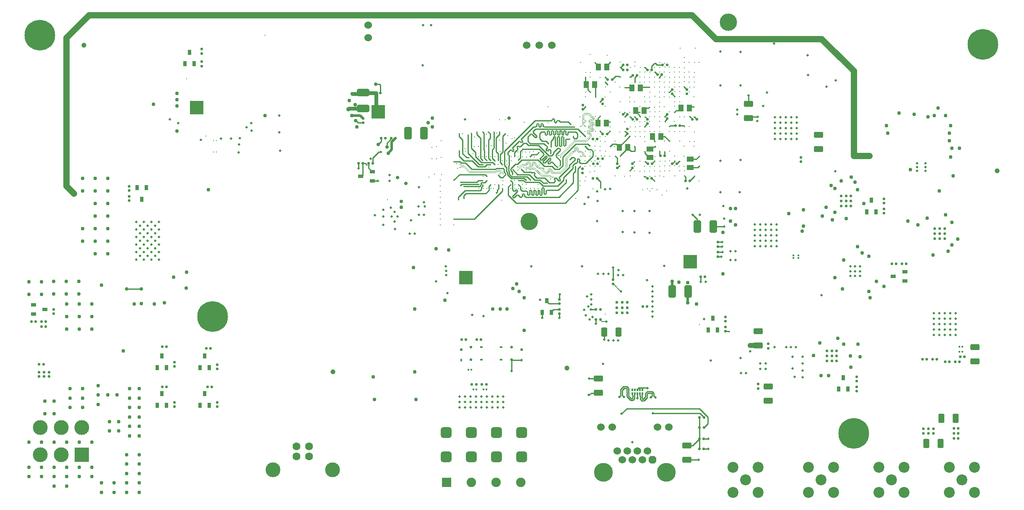
<source format=gbr>
%TF.GenerationSoftware,Altium Limited,Altium Designer,23.11.1 (41)*%
G04 Layer_Physical_Order=14*
G04 Layer_Color=16711680*
%FSLAX45Y45*%
%MOMM*%
%TF.SameCoordinates,1BD89016-B4D8-4A99-B54A-05B805E6E99A*%
%TF.FilePolarity,Positive*%
%TF.FileFunction,Copper,L14,Bot,Signal*%
%TF.Part,Single*%
G01*
G75*
%TA.AperFunction,Conductor*%
%ADD10C,0.23844*%
%TA.AperFunction,SMDPad,CuDef*%
G04:AMPARAMS|DCode=16|XSize=2.5mm|YSize=1.5mm|CornerRadius=0.3mm|HoleSize=0mm|Usage=FLASHONLY|Rotation=90.000|XOffset=0mm|YOffset=0mm|HoleType=Round|Shape=RoundedRectangle|*
%AMROUNDEDRECTD16*
21,1,2.50000,0.90000,0,0,90.0*
21,1,1.90000,1.50000,0,0,90.0*
1,1,0.60000,0.45000,0.95000*
1,1,0.60000,0.45000,-0.95000*
1,1,0.60000,-0.45000,-0.95000*
1,1,0.60000,-0.45000,0.95000*
%
%ADD16ROUNDEDRECTD16*%
G04:AMPARAMS|DCode=17|XSize=1.8034mm|YSize=1.1938mm|CornerRadius=0.20295mm|HoleSize=0mm|Usage=FLASHONLY|Rotation=180.000|XOffset=0mm|YOffset=0mm|HoleType=Round|Shape=RoundedRectangle|*
%AMROUNDEDRECTD17*
21,1,1.80340,0.78791,0,0,180.0*
21,1,1.39751,1.19380,0,0,180.0*
1,1,0.40589,-0.69875,0.39395*
1,1,0.40589,0.69875,0.39395*
1,1,0.40589,0.69875,-0.39395*
1,1,0.40589,-0.69875,-0.39395*
%
%ADD17ROUNDEDRECTD17*%
G04:AMPARAMS|DCode=18|XSize=1.397mm|YSize=1.0922mm|CornerRadius=0.20206mm|HoleSize=0mm|Usage=FLASHONLY|Rotation=180.000|XOffset=0mm|YOffset=0mm|HoleType=Round|Shape=RoundedRectangle|*
%AMROUNDEDRECTD18*
21,1,1.39700,0.68809,0,0,180.0*
21,1,0.99289,1.09220,0,0,180.0*
1,1,0.40411,-0.49644,0.34404*
1,1,0.40411,0.49644,0.34404*
1,1,0.40411,0.49644,-0.34404*
1,1,0.40411,-0.49644,-0.34404*
%
%ADD18ROUNDEDRECTD18*%
G04:AMPARAMS|DCode=19|XSize=0.508mm|YSize=0.508mm|CornerRadius=0.1524mm|HoleSize=0mm|Usage=FLASHONLY|Rotation=180.000|XOffset=0mm|YOffset=0mm|HoleType=Round|Shape=RoundedRectangle|*
%AMROUNDEDRECTD19*
21,1,0.50800,0.20320,0,0,180.0*
21,1,0.20320,0.50800,0,0,180.0*
1,1,0.30480,-0.10160,0.10160*
1,1,0.30480,0.10160,0.10160*
1,1,0.30480,0.10160,-0.10160*
1,1,0.30480,-0.10160,-0.10160*
%
%ADD19ROUNDEDRECTD19*%
%ADD20R,0.45720X0.30480*%
G04:AMPARAMS|DCode=22|XSize=1.397mm|YSize=1.0922mm|CornerRadius=0.20206mm|HoleSize=0mm|Usage=FLASHONLY|Rotation=90.000|XOffset=0mm|YOffset=0mm|HoleType=Round|Shape=RoundedRectangle|*
%AMROUNDEDRECTD22*
21,1,1.39700,0.68809,0,0,90.0*
21,1,0.99289,1.09220,0,0,90.0*
1,1,0.40411,0.34404,0.49644*
1,1,0.40411,0.34404,-0.49644*
1,1,0.40411,-0.34404,-0.49644*
1,1,0.40411,-0.34404,0.49644*
%
%ADD22ROUNDEDRECTD22*%
G04:AMPARAMS|DCode=31|XSize=2.5mm|YSize=1.5mm|CornerRadius=0.3mm|HoleSize=0mm|Usage=FLASHONLY|Rotation=180.000|XOffset=0mm|YOffset=0mm|HoleType=Round|Shape=RoundedRectangle|*
%AMROUNDEDRECTD31*
21,1,2.50000,0.90000,0,0,180.0*
21,1,1.90000,1.50000,0,0,180.0*
1,1,0.60000,-0.95000,0.45000*
1,1,0.60000,0.95000,0.45000*
1,1,0.60000,0.95000,-0.45000*
1,1,0.60000,-0.95000,-0.45000*
%
%ADD31ROUNDEDRECTD31*%
%ADD35R,2.80000X2.80000*%
G04:AMPARAMS|DCode=38|XSize=0.508mm|YSize=0.508mm|CornerRadius=0.1524mm|HoleSize=0mm|Usage=FLASHONLY|Rotation=90.000|XOffset=0mm|YOffset=0mm|HoleType=Round|Shape=RoundedRectangle|*
%AMROUNDEDRECTD38*
21,1,0.50800,0.20320,0,0,90.0*
21,1,0.20320,0.50800,0,0,90.0*
1,1,0.30480,0.10160,0.10160*
1,1,0.30480,0.10160,-0.10160*
1,1,0.30480,-0.10160,-0.10160*
1,1,0.30480,-0.10160,0.10160*
%
%ADD38ROUNDEDRECTD38*%
%ADD41R,0.71120X1.01600*%
%ADD46R,2.80000X2.80000*%
%ADD52R,0.30480X0.45720*%
G04:AMPARAMS|DCode=53|XSize=1.8034mm|YSize=1.1938mm|CornerRadius=0.20295mm|HoleSize=0mm|Usage=FLASHONLY|Rotation=90.000|XOffset=0mm|YOffset=0mm|HoleType=Round|Shape=RoundedRectangle|*
%AMROUNDEDRECTD53*
21,1,1.80340,0.78791,0,0,90.0*
21,1,1.39751,1.19380,0,0,90.0*
1,1,0.40589,0.39395,0.69875*
1,1,0.40589,0.39395,-0.69875*
1,1,0.40589,-0.39395,-0.69875*
1,1,0.40589,-0.39395,0.69875*
%
%ADD53ROUNDEDRECTD53*%
%ADD63R,1.01600X0.71120*%
%ADD64C,1.00000*%
G04:AMPARAMS|DCode=65|XSize=2.26mm|YSize=2.16mm|CornerRadius=0.54mm|HoleSize=0mm|Usage=FLASHONLY|Rotation=180.000|XOffset=0mm|YOffset=0mm|HoleType=Round|Shape=RoundedRectangle|*
%AMROUNDEDRECTD65*
21,1,2.26000,1.08000,0,0,180.0*
21,1,1.18000,2.16000,0,0,180.0*
1,1,1.08000,-0.59000,0.54000*
1,1,1.08000,0.59000,0.54000*
1,1,1.08000,0.59000,-0.54000*
1,1,1.08000,-0.59000,-0.54000*
%
%ADD65ROUNDEDRECTD65*%
G04:AMPARAMS|DCode=86|XSize=0.59mm|YSize=0.45mm|CornerRadius=0.1125mm|HoleSize=0mm|Usage=FLASHONLY|Rotation=90.000|XOffset=0mm|YOffset=0mm|HoleType=Round|Shape=RoundedRectangle|*
%AMROUNDEDRECTD86*
21,1,0.59000,0.22500,0,0,90.0*
21,1,0.36500,0.45000,0,0,90.0*
1,1,0.22500,0.11250,0.18250*
1,1,0.22500,0.11250,-0.18250*
1,1,0.22500,-0.11250,-0.18250*
1,1,0.22500,-0.11250,0.18250*
%
%ADD86ROUNDEDRECTD86*%
%ADD87R,0.45000X0.59000*%
%TA.AperFunction,Conductor*%
%ADD98C,0.50800*%
%ADD99C,1.01600*%
%ADD100C,1.27000*%
%ADD102C,0.25400*%
%ADD103C,0.23978*%
%ADD104C,0.76200*%
%ADD105C,0.22860*%
%ADD106C,0.16164*%
%ADD108C,0.21907*%
%TA.AperFunction,ComponentPad*%
%ADD110C,6.20000*%
%ADD111C,3.50000*%
%ADD112C,2.20000*%
%ADD113C,3.00000*%
%ADD114R,3.00000X3.00000*%
%ADD115R,1.90500X1.90500*%
%ADD116C,1.90500*%
%ADD117C,1.60000*%
%ADD118C,0.60000*%
%ADD119C,1.52400*%
G04:AMPARAMS|DCode=120|XSize=1.524mm|YSize=1.524mm|CornerRadius=0mm|HoleSize=0mm|Usage=FLASHONLY|Rotation=0.000|XOffset=0mm|YOffset=0mm|HoleType=Round|Shape=Octagon|*
%AMOCTAGOND120*
4,1,8,0.76200,-0.38100,0.76200,0.38100,0.38100,0.76200,-0.38100,0.76200,-0.76200,0.38100,-0.76200,-0.38100,-0.38100,-0.76200,0.38100,-0.76200,0.76200,-0.38100,0.0*
%
%ADD120OCTAGOND120*%

%ADD121C,3.81000*%
%TA.AperFunction,ViaPad*%
%ADD122C,0.76200*%
%ADD123C,0.50000*%
%ADD124C,0.30480*%
%ADD125C,0.50800*%
%ADD126C,0.71120*%
%ADD127C,0.55880*%
%TA.AperFunction,Conductor*%
%ADD130C,0.23784*%
%ADD131C,0.12314*%
%TA.AperFunction,SMDPad,CuDef*%
%ADD132R,0.30000X0.55000*%
%ADD133R,0.40000X0.55000*%
G04:AMPARAMS|DCode=134|XSize=0.59mm|YSize=0.45mm|CornerRadius=0.1125mm|HoleSize=0mm|Usage=FLASHONLY|Rotation=0.000|XOffset=0mm|YOffset=0mm|HoleType=Round|Shape=RoundedRectangle|*
%AMROUNDEDRECTD134*
21,1,0.59000,0.22500,0,0,0.0*
21,1,0.36500,0.45000,0,0,0.0*
1,1,0.22500,0.18250,-0.11250*
1,1,0.22500,-0.18250,-0.11250*
1,1,0.22500,-0.18250,0.11250*
1,1,0.22500,0.18250,0.11250*
%
%ADD134ROUNDEDRECTD134*%
%ADD135R,0.59000X0.45000*%
D10*
X6920770Y7772400D02*
X6965220Y7727950D01*
X7061200D01*
X6908800Y7772400D02*
X6920770D01*
X7258050Y7022156D02*
X7373294Y7137400D01*
X7416800D01*
X14446249Y3511550D02*
X14452600Y3505200D01*
X14376401Y3511550D02*
X14446249D01*
X7258050Y6908800D02*
Y7022156D01*
X10061800Y2708500D02*
Y2933700D01*
X10259900Y2932000D02*
X10261600Y2930300D01*
X10063500Y2932000D02*
X10259900D01*
X10061800Y2933700D02*
X10063500Y2932000D01*
X10675620Y3779520D02*
Y3896360D01*
X11027410Y4163060D02*
Y4253230D01*
X11031220Y4257040D01*
X11023600Y4159250D02*
X11027410Y4163060D01*
X11012500Y4070350D02*
X11018050Y4064800D01*
X10814050Y4070350D02*
X11012500D01*
X10769600Y4114800D02*
Y4130040D01*
Y4114800D02*
X10814050Y4070350D01*
X11018050Y4064800D02*
X11023600Y4070350D01*
X10863580Y3911600D02*
X10908030Y3956050D01*
X11023600D01*
X10863580Y3896360D02*
Y3911600D01*
X12446000Y6757111D02*
X12499975Y6811086D01*
X12446000Y6756400D02*
Y6757111D01*
X12762974Y6944361D02*
X12806154Y6901180D01*
X12755880Y6945630D02*
X12757149Y6944361D01*
X12806154Y6901180D02*
X12807950D01*
X12757149Y6944361D02*
X12762974D01*
X12896992Y6901180D02*
X12951321Y6955510D01*
X12896851Y6901180D02*
X12896992D01*
X12951321Y6955510D02*
X12951463D01*
X12815887Y6992790D02*
X12850008Y7026910D01*
X12807950Y6901180D02*
X12815887Y6909117D01*
X12749529Y7114541D02*
X12837160Y7026910D01*
X12748260Y7147560D02*
X12749529Y7146291D01*
Y7114541D02*
Y7146291D01*
X13541022Y8458200D02*
X13599239Y8399983D01*
X13540286Y8458200D02*
X13541022D01*
X13599239Y8399983D02*
X13599973D01*
X12658090Y8432800D02*
X12676764Y8451474D01*
X12348490Y8444464D02*
X12476246D01*
X12487910Y8432800D01*
X12888873Y8873539D02*
X12947981Y8932645D01*
X12888873Y8799982D02*
Y8873539D01*
X12947981Y8932645D02*
X12949251Y8931376D01*
X12968588D02*
X12999983Y8899982D01*
X12949251Y8931376D02*
X12968588D01*
X12999983Y8899982D02*
X13099644D01*
Y8888553D02*
X13111073Y8899982D01*
X13045724Y8651525D02*
X13093700Y8699500D01*
X13044455Y8637305D02*
X13045724Y8638575D01*
Y8651525D01*
X12088876Y8599983D02*
X12161828Y8672935D01*
X11951541Y8548700D02*
X12000258Y8499983D01*
X11950982Y8548700D02*
X11951541D01*
X12739349Y6640851D02*
X12760939D01*
X12800330Y6601460D02*
X12800330D01*
X12738100Y6642100D02*
X12739349Y6640851D01*
X12760939D02*
X12800330Y6601460D01*
X13716000Y5867400D02*
X13810001Y5773400D01*
Y5626100D02*
Y5773400D01*
X14130000Y5626100D02*
X14350999D01*
X14227174Y5222875D02*
X14309724D01*
X14224001Y5226050D02*
X14227174Y5222875D01*
X14309724D02*
X14312900Y5219700D01*
X14224001Y5314950D02*
X14306551D01*
X14224001Y5111750D02*
X14319250D01*
X14224001Y5022850D02*
X14293851D01*
X13874750Y4514850D02*
Y4610100D01*
X14867300Y7845000D02*
X15033200D01*
X14845500Y7823200D02*
X14867300Y7845000D01*
X14845500Y8279600D02*
X14846300Y8280400D01*
X14845500Y8112760D02*
Y8279600D01*
X12499975Y6901782D02*
X12536828Y6938635D01*
Y6940830D02*
X12538098Y6942099D01*
X12499975Y6899986D02*
Y6901782D01*
X12536828Y6938635D02*
Y6940830D01*
X12896851Y6901180D02*
X12897784Y6902115D01*
X13392149Y6896100D02*
X13443280Y6947230D01*
X13454231D01*
X13455499Y6948500D01*
X13350195Y6943045D02*
Y6954240D01*
X13303250Y6896100D02*
X13350195Y6943045D01*
Y6954240D02*
X13351463Y6955510D01*
X13551463Y6653714D02*
X13569949Y6635229D01*
X13551463Y6653714D02*
Y6655510D01*
X13569949Y6553200D02*
Y6635229D01*
X13750195Y6644545D02*
Y6654240D01*
X13658850Y6553200D02*
X13750195Y6644545D01*
Y6654240D02*
X13751463Y6655510D01*
X13744450Y7851471D02*
X13745718Y7850202D01*
X13749754D02*
X13799973Y7799984D01*
X13745718Y7850202D02*
X13749754D01*
X13651463Y7855510D02*
X13652734Y7854240D01*
X13656816D02*
X13711072Y7799984D01*
X13652734Y7854240D02*
X13656816D01*
X12749760Y7660870D02*
X12799974Y7711084D01*
X12749760Y7645734D02*
Y7660870D01*
X12748490Y7644464D02*
X12749760Y7645734D01*
X12756770Y7844985D02*
X12799974Y7801780D01*
X12755500Y7848500D02*
X12756770Y7847230D01*
X12799974Y7799984D02*
Y7801780D01*
X12756770Y7844985D02*
Y7847230D01*
X12595246Y7944464D02*
X12648490D01*
X12564110Y7975600D02*
X12595246Y7944464D01*
X12734290Y7975600D02*
Y7980379D01*
X12776347Y8022436D01*
X12824666D01*
X12846695Y8044464D01*
X12848489D01*
X12564110Y7956710D02*
X12654231Y7866590D01*
Y7849769D02*
X12655500Y7848500D01*
X12564110Y7956710D02*
Y7975600D01*
X12654231Y7849769D02*
Y7866590D01*
X12447627Y7849287D02*
X12448897Y7848018D01*
X12452932D02*
X12503150Y7797800D01*
X12448897Y7848018D02*
X12452932D01*
X12545724Y7844126D02*
Y7850205D01*
Y7844126D02*
X12592050Y7797800D01*
X12544454Y7851474D02*
X12545724Y7850205D01*
X12349758Y7845731D02*
Y7849767D01*
X12348488Y7844461D02*
X12349758Y7845731D01*
Y7849767D02*
X12399975Y7899984D01*
X12311075Y7901780D02*
X12347221Y7937925D01*
Y7943195D02*
X12348490Y7944464D01*
X12311075Y7899984D02*
Y7901780D01*
X12347221Y7937925D02*
Y7943195D01*
X12676764Y8451474D02*
X12844453D01*
X12658090Y8432800D02*
Y8443557D01*
X11745724Y8943249D02*
Y8950205D01*
X11744454Y8951474D02*
X11745724Y8950205D01*
X11812270Y8856980D02*
Y8876703D01*
X11745724Y8943249D02*
X11812270Y8876703D01*
X11950700Y8648700D02*
X11951259D01*
X11999976Y8599983D01*
X12045391Y7556500D02*
X12052300D01*
X11988876Y7499985D02*
X12045391Y7556500D01*
X12939503Y7366292D02*
X12955499Y7350295D01*
Y7348500D02*
Y7350295D01*
X12901930Y7452360D02*
X12939503Y7414786D01*
Y7366292D02*
Y7414786D01*
X13154614Y7452360D02*
X13251463Y7355510D01*
X13072110Y7452360D02*
X13154614D01*
X12947868Y7234664D02*
X12964903Y7251700D01*
X12966701D01*
X12852400Y7197090D02*
X12889973Y7234664D01*
X12947868D01*
X12850008Y7026910D02*
X12852400D01*
X12837160D02*
X12850008D01*
X13051463Y7155510D02*
X13052734Y7154240D01*
Y7070416D02*
X13061951Y7061200D01*
X13052734Y7070416D02*
Y7154240D01*
X13150850Y7061200D02*
Y7143750D01*
X13817870Y6823710D02*
X13849669Y6855510D01*
X13665199Y6823710D02*
X13817870D01*
X13849669Y6855510D02*
X13851463D01*
X13665199Y6993890D02*
X13789844D01*
X13851463Y7055510D01*
X13455650Y7670800D02*
X13534380D01*
X13549669Y7655510D02*
X13551463D01*
X13246249Y7651474D02*
X13265576Y7670800D01*
X13534380D02*
X13549669Y7655510D01*
X13265576Y7670800D02*
X13366750D01*
X13244453Y7651474D02*
X13246249D01*
X13156770Y7766085D02*
X13199974Y7809289D01*
X13156770Y7749769D02*
Y7766085D01*
X13155499Y7748500D02*
X13156770Y7749769D01*
X13199974Y7809289D02*
Y7811084D01*
X13149756Y7849767D02*
X13199974Y7899984D01*
X13149756Y7845731D02*
Y7849767D01*
X13148486Y7844461D02*
X13149756Y7845731D01*
X13347701Y7937500D02*
X13388133Y7977934D01*
X13436453D01*
X13478510Y8019991D02*
Y8026400D01*
X13436453Y7977934D02*
X13478510Y8019991D01*
X13648689Y8026400D02*
X13673764Y8051474D01*
X13744453D01*
X13299977Y8311087D02*
X13356064Y8255000D01*
X13236411Y8347457D02*
X13247447D01*
X13299977Y8399987D01*
X13235141Y8346187D02*
X13236411Y8347457D01*
X12950546Y8749718D02*
X12954582D01*
X13004800Y8699500D01*
X12949277Y8750987D02*
X12950546Y8749718D01*
X12756762Y8843195D02*
X12799974Y8799982D01*
X12799974D01*
X12749760Y8843195D02*
X12756762D01*
X12748490Y8844464D02*
X12749760Y8843195D01*
X12548490Y8643240D02*
X12592050Y8686800D01*
Y8686800D01*
X12548490Y8544464D02*
Y8643240D01*
X12471334Y8656779D02*
X12501354Y8686800D01*
X12451464Y8655510D02*
X12452734Y8656779D01*
X12501354Y8686800D02*
X12503150D01*
X12452734Y8656779D02*
X12471334D01*
X11982450Y8876703D02*
X12050195Y8944448D01*
Y8954240D02*
X12051464Y8955510D01*
X11982450Y8856980D02*
Y8876703D01*
X12050195Y8944448D02*
Y8954240D01*
X12231065Y8672935D02*
X12255500Y8648500D01*
X12161828Y8672935D02*
X12231065D01*
X11754231Y8249769D02*
Y8480819D01*
X11735067Y8499983D02*
X11754231Y8480819D01*
Y8249769D02*
X11755500Y8248500D01*
X11848489Y8144461D02*
X11849759Y8145730D01*
Y8149766D02*
X11899976Y8199984D01*
X11849759Y8145730D02*
Y8149766D01*
X11550195Y8050205D02*
Y8054240D01*
X11499977Y7999987D02*
X11550195Y8050205D01*
Y8054240D02*
X11551464Y8055510D01*
X12352734Y7463843D02*
X12399975Y7511085D01*
X12351464Y7455510D02*
X12352734Y7456779D01*
X12399975Y7511085D02*
Y7511085D01*
X12352734Y7456779D02*
Y7463843D01*
X12350195Y7454240D02*
X12351464Y7455510D01*
X12360855Y7550205D02*
X12399975Y7511085D01*
X12344454Y7551474D02*
X12345724Y7550205D01*
X12360855D01*
X12233910Y7237057D02*
Y7239748D01*
Y7226300D02*
Y7237057D01*
X12449672Y7455510D02*
X12451464D01*
X12233910Y7239748D02*
X12449672Y7455510D01*
X12544454Y7249679D02*
Y7251474D01*
X12551464Y7155510D02*
Y7242669D01*
X12544454Y7249679D02*
X12551464Y7242669D01*
X12404090Y7211060D02*
Y7215543D01*
X12446147Y7173486D01*
X12456904D01*
X12474880Y7155510D02*
X12551464D01*
X12404090Y7215543D02*
Y7226300D01*
X12456904Y7173486D02*
X12474880Y7155510D01*
X12891026Y6601460D02*
X12935477Y6557009D01*
X12942570D02*
X12943840Y6555740D01*
X12889230Y6601460D02*
X12891026D01*
X12935477Y6557009D02*
X12942570D01*
X11930497Y3345297D02*
Y3493787D01*
X12113377Y4554237D02*
Y4798177D01*
X11625580Y2557780D02*
X11811000D01*
X11662427Y3950987D02*
X11764127D01*
Y3664067D02*
Y3747787D01*
X12256769Y8849769D02*
X12260862D01*
X12311075Y8899982D01*
X12255500Y8848500D02*
X12256769Y8849769D01*
X12263834Y8847230D02*
X12311077Y8799987D01*
X11564887Y8499983D02*
X11600383Y8464486D01*
X11552734Y8512136D02*
X11564887Y8499983D01*
X11551464Y8655510D02*
X11552734Y8654241D01*
Y8512136D02*
Y8654241D01*
X11600383Y8392571D02*
Y8464486D01*
Y8392571D02*
X11648490Y8344464D01*
X11995154Y7744464D02*
X12048490D01*
X11972290Y7721600D02*
X11995154Y7744464D01*
X12048490Y7244464D02*
X12104013Y7299987D01*
X12170980D01*
X12233910Y7237057D01*
X12256769Y7063739D02*
X12404090Y7211060D01*
X12255500Y7048500D02*
X12256769Y7049769D01*
Y7063739D01*
X12192000Y6813550D02*
X12232641Y6854191D01*
X12246611D02*
X12247880Y6855460D01*
X12192000Y6813550D02*
X12192000D01*
X12232641Y6854191D02*
X12246611D01*
X12151464Y7055510D02*
X12192000Y7014974D01*
Y6902450D02*
Y7014974D01*
X11788877Y6599987D02*
X11851640Y6537223D01*
Y6405880D02*
Y6537223D01*
X6965950Y6813550D02*
X6972300Y6807200D01*
X6965950Y6813550D02*
Y6908800D01*
X7048500Y6665738D02*
X7053088D01*
Y6907038D01*
X7054850Y6908800D01*
X7024862Y6642100D02*
X7048500Y6665738D01*
X7014210Y6642100D02*
X7024862D01*
X7124208Y6884233D02*
Y6894832D01*
X7054850Y6908800D02*
X7110240D01*
X7124208Y6894832D01*
Y6884233D02*
X7137686Y6870755D01*
X7169150Y6814820D02*
X7209012Y6774958D01*
X7232650Y6736080D02*
X7247890D01*
X7209012Y6759718D02*
X7232650Y6736080D01*
X7209012Y6759718D02*
Y6774958D01*
X7169150Y6814820D02*
Y6908800D01*
X9745980Y7145020D02*
Y7421880D01*
Y7145020D02*
X9786714Y7104286D01*
X9817100Y7493000D02*
Y7543800D01*
X9745980Y7421880D02*
X9817100Y7493000D01*
X9786714Y6963729D02*
Y7104286D01*
D16*
X8288000Y7518400D02*
D03*
X7968000D02*
D03*
X13810001Y5626100D02*
D03*
X14130000D02*
D03*
X13622000Y4318000D02*
D03*
X13302000D02*
D03*
D17*
X14845500Y7823200D02*
D03*
Y8112760D02*
D03*
X16255200Y7485380D02*
D03*
Y7195820D02*
D03*
X11811000Y2557780D02*
D03*
Y2268220D02*
D03*
X13601700Y1198880D02*
D03*
Y909320D02*
D03*
X19414000Y2903220D02*
D03*
Y3192780D02*
D03*
X15036800Y3220720D02*
D03*
Y3510280D02*
D03*
X15239999Y2392680D02*
D03*
Y2103120D02*
D03*
D18*
X13665199Y6823710D02*
D03*
Y6993890D02*
D03*
X12852400Y7026910D02*
D03*
Y7197090D02*
D03*
D19*
X11899976Y8111084D02*
D03*
Y8199984D02*
D03*
X11493500Y6800850D02*
D03*
Y6711950D02*
D03*
X17031837Y2593285D02*
D03*
Y2504385D02*
D03*
Y2390085D02*
D03*
Y2301185D02*
D03*
X812800Y3956050D02*
D03*
Y3867150D02*
D03*
X17576801Y6191250D02*
D03*
Y6102350D02*
D03*
Y5899150D02*
D03*
Y5988050D02*
D03*
X14376401Y3511550D02*
D03*
Y3600450D02*
D03*
Y3803650D02*
D03*
Y3714750D02*
D03*
X11023600Y4159250D02*
D03*
Y4070350D02*
D03*
Y3867150D02*
D03*
Y3956050D02*
D03*
X3804920Y8874850D02*
D03*
Y8963750D02*
D03*
Y9217750D02*
D03*
Y9128850D02*
D03*
X2336800Y6153150D02*
D03*
Y6242050D02*
D03*
Y6356350D02*
D03*
Y6445250D02*
D03*
X723900Y2597150D02*
D03*
Y2686050D02*
D03*
X622300D02*
D03*
Y2597150D02*
D03*
X520700Y2686050D02*
D03*
Y2597150D02*
D03*
X12499975Y6811086D02*
D03*
Y6899986D02*
D03*
X12192000Y6813550D02*
D03*
Y6902450D02*
D03*
X13199974Y7811084D02*
D03*
Y7899984D02*
D03*
X13599973Y8311083D02*
D03*
Y8399983D02*
D03*
X13299977Y8311087D02*
D03*
Y8399987D02*
D03*
X12399975Y7511085D02*
D03*
Y7599985D02*
D03*
X12799974Y7711084D02*
D03*
Y7799984D02*
D03*
X11499977Y8088887D02*
D03*
Y7999987D02*
D03*
X15899600Y7029450D02*
D03*
Y6940550D02*
D03*
X7061200Y7727950D02*
D03*
Y7816850D02*
D03*
X14224001Y5022850D02*
D03*
Y5111750D02*
D03*
Y5226050D02*
D03*
Y5314950D02*
D03*
X4114800Y2838450D02*
D03*
Y2749550D02*
D03*
X3251200Y2889250D02*
D03*
Y2800350D02*
D03*
X4114800Y1987550D02*
D03*
Y2076450D02*
D03*
X3251200D02*
D03*
Y1987550D02*
D03*
X12113377Y4465337D02*
D03*
Y4554237D02*
D03*
X18376410Y1450050D02*
D03*
Y1538950D02*
D03*
X18478011Y1450050D02*
D03*
Y1538950D02*
D03*
X18579610Y1450050D02*
D03*
Y1538950D02*
D03*
X15239999Y3168650D02*
D03*
Y3257550D02*
D03*
X15036800Y2444750D02*
D03*
Y2355850D02*
D03*
D20*
X15849600Y5046980D02*
D03*
Y4991100D02*
D03*
X15748000Y5046980D02*
D03*
Y4991100D02*
D03*
D22*
X12734290Y7975600D02*
D03*
X12564110D02*
D03*
X12404090Y7226300D02*
D03*
X12233910D02*
D03*
X13648689Y8026400D02*
D03*
X13478510D02*
D03*
X12487910Y8432800D02*
D03*
X12658090D02*
D03*
X11735067Y8499983D02*
D03*
X11564887D02*
D03*
X11982450Y8856980D02*
D03*
X11812270D02*
D03*
X11802110Y7721600D02*
D03*
X11972290D02*
D03*
X12901930Y7452360D02*
D03*
X13072110D02*
D03*
D31*
X7061200Y8018800D02*
D03*
Y8338800D02*
D03*
D35*
X7367400Y7951810D02*
D03*
X3699835Y8034840D02*
D03*
X9139300Y4596000D02*
D03*
D38*
X12311075Y7899984D02*
D03*
X12399975D02*
D03*
X11899976Y7499985D02*
D03*
X11988876D02*
D03*
X11804650Y6997700D02*
D03*
X11893550D02*
D03*
X11711076Y6899986D02*
D03*
X11799976D02*
D03*
X13455650Y7670800D02*
D03*
X13366750D02*
D03*
X361950Y3708400D02*
D03*
X450850D02*
D03*
X654050D02*
D03*
X565150D02*
D03*
Y3606800D02*
D03*
X654050D02*
D03*
X6965950Y6908800D02*
D03*
X7054850D02*
D03*
X7258050D02*
D03*
X7169150D02*
D03*
X17938750Y4876800D02*
D03*
X18027650D02*
D03*
X17735550D02*
D03*
X17824451D02*
D03*
X520700Y2844800D02*
D03*
X609600D02*
D03*
X13658850Y6553200D02*
D03*
X13569949D02*
D03*
X13392149Y6896100D02*
D03*
X13303250D02*
D03*
X13711072Y7799984D02*
D03*
X13799973D02*
D03*
X12799974Y8799982D02*
D03*
X12888873D02*
D03*
X13004800Y8699500D02*
D03*
X13093700D02*
D03*
X13111073Y8899982D02*
D03*
X13199974D02*
D03*
X12399977Y8799987D02*
D03*
X12311077D02*
D03*
X11699977Y7399985D02*
D03*
X11788877D02*
D03*
X13061951Y7061200D02*
D03*
X13150850D02*
D03*
X12807950Y6901180D02*
D03*
X12896851D02*
D03*
X12889230Y6601460D02*
D03*
X12800330D02*
D03*
X12503150Y7797800D02*
D03*
X12592050D02*
D03*
X12088876Y8599983D02*
D03*
X11999976D02*
D03*
X12592050Y8686800D02*
D03*
X12503150D02*
D03*
X12399975Y8899982D02*
D03*
X12311075D02*
D03*
X7410450Y8331200D02*
D03*
X7321550D02*
D03*
X7423150Y7416800D02*
D03*
X7512050D02*
D03*
X7626350D02*
D03*
X7715250D02*
D03*
X13874750Y4610100D02*
D03*
X13963651D02*
D03*
X3983990Y3162390D02*
D03*
X3895090D02*
D03*
X3092450Y3200400D02*
D03*
X3003550D02*
D03*
X4006850Y2387600D02*
D03*
X3917950D02*
D03*
X3092450D02*
D03*
X3003550D02*
D03*
X13938251Y1130300D02*
D03*
X13849350D02*
D03*
X13944600Y1564640D02*
D03*
X13855701D02*
D03*
X13944600Y1767840D02*
D03*
X13855701D02*
D03*
X13938251Y1333500D02*
D03*
X13849350D02*
D03*
X11853027Y3950987D02*
D03*
X11764127D02*
D03*
X11853027Y3747787D02*
D03*
X11764127D02*
D03*
X12706350Y4013200D02*
D03*
X12795250D02*
D03*
X18556750Y2946400D02*
D03*
X18645650D02*
D03*
X18442450D02*
D03*
X18353551D02*
D03*
X18899651Y2895600D02*
D03*
X18810750D02*
D03*
X19013950D02*
D03*
X19102850D02*
D03*
X18992360Y1342100D02*
D03*
X19081261D02*
D03*
X18992360Y1545300D02*
D03*
X19081261D02*
D03*
X18992360Y1443700D02*
D03*
X19081261D02*
D03*
X19115550Y2997200D02*
D03*
X19204449D02*
D03*
X9353550Y3340100D02*
D03*
X9442450D02*
D03*
X9137650D02*
D03*
X9048750D02*
D03*
X9461500Y2438400D02*
D03*
X9550400D02*
D03*
X9258300D02*
D03*
X9347200D02*
D03*
X11788877Y6599987D02*
D03*
X11699977D02*
D03*
D41*
X16754977Y2576865D02*
D03*
X16848958Y2343185D02*
D03*
X16660999D02*
D03*
X17322800Y6162040D02*
D03*
X17416780Y5928360D02*
D03*
X17228819D02*
D03*
X14122400Y3774440D02*
D03*
X14216380Y3540760D02*
D03*
X14028419D02*
D03*
X10675620Y3896360D02*
D03*
X10769600Y4130040D02*
D03*
X10863580Y3896360D02*
D03*
X3558540Y9152980D02*
D03*
X3652520Y8919300D02*
D03*
X3464560D02*
D03*
X2590800Y6182360D02*
D03*
X2496820Y6416040D02*
D03*
X2684780D02*
D03*
X3860800Y3012440D02*
D03*
X3954780Y2778760D02*
D03*
X3766820D02*
D03*
X2903220D02*
D03*
X2997200Y3012440D02*
D03*
X3091180Y2778760D02*
D03*
X3766820Y2016760D02*
D03*
X3860800Y2250440D02*
D03*
X3954780Y2016760D02*
D03*
X2903220D02*
D03*
X2997200Y2250440D02*
D03*
X3091180Y2016760D02*
D03*
D46*
X13665199Y4914900D02*
D03*
D52*
X19104120Y3098800D02*
D03*
X19160001D02*
D03*
X19104120Y3200400D02*
D03*
X19160001D02*
D03*
X9189720Y2730500D02*
D03*
X9245600D02*
D03*
X9494520Y2336800D02*
D03*
X9550400D02*
D03*
X9347200D02*
D03*
X9291320D02*
D03*
D53*
X12220057Y3493787D02*
D03*
X11930497D02*
D03*
X18434830Y1240500D02*
D03*
X18724390D02*
D03*
X19029190Y1748500D02*
D03*
X18739630D02*
D03*
D63*
X640080Y3954780D02*
D03*
X406400Y3860800D02*
D03*
Y4048760D02*
D03*
X7014210Y6642100D02*
D03*
X7247890Y6736080D02*
D03*
Y6548120D02*
D03*
X17764760Y4622800D02*
D03*
X17998441Y4716780D02*
D03*
Y4528820D02*
D03*
D64*
X1422400Y9296400D02*
D03*
X11176000Y2768600D02*
D03*
X6451600Y2692400D02*
D03*
X19862801Y6756400D02*
D03*
D65*
X10261600Y1464200D02*
D03*
Y974200D02*
D03*
X9753600Y1464200D02*
D03*
Y974200D02*
D03*
X9245600Y1464200D02*
D03*
Y974200D02*
D03*
X8737600Y1464200D02*
D03*
Y974200D02*
D03*
D86*
X9042400Y3140300D02*
D03*
X10261600D02*
D03*
D87*
X9042400Y2930300D02*
D03*
X10261600D02*
D03*
D98*
X13302000Y4318000D02*
Y4523627D01*
X13614400Y4089400D02*
X13618201Y4093200D01*
Y4314200D02*
X13622000Y4318000D01*
X13618201Y4093200D02*
Y4314200D01*
X6832600Y7874000D02*
X7004050D01*
X7061200Y7816850D01*
X7569200Y7112000D02*
X7642225Y7185025D01*
Y7343775D01*
X7715250Y7416800D01*
D99*
X14876781Y3220720D02*
X15036800D01*
D100*
X13703300Y9906000D02*
X14185899Y9423400D01*
X16319501D01*
X16967200Y8775700D01*
X1524000Y9906000D02*
X13703300D01*
X16967200Y7061200D02*
Y8775700D01*
X1066800Y6671060D02*
Y9448800D01*
Y6451600D02*
Y6671060D01*
Y9448800D02*
X1524000Y9906000D01*
X16967200Y7061200D02*
X17119600D01*
X17278287D01*
X1066800Y6451600D02*
X1219200Y6299200D01*
D102*
X7543800Y7315200D02*
X7615218Y7386618D01*
X7543800Y7239000D02*
Y7315200D01*
X7615218Y7405668D02*
X7626350Y7416800D01*
X7615218Y7386618D02*
Y7405668D01*
X7366000Y7289800D02*
X7423150Y7346950D01*
Y7416800D01*
X7391400Y8509000D02*
X7410450Y8489950D01*
Y8331200D02*
Y8489950D01*
X7315200Y8509000D02*
X7391400D01*
D103*
X2287741Y4367059D02*
X2584065D01*
X2286000Y4368800D02*
X2287741Y4367059D01*
X2584065D02*
X2585806Y4365317D01*
X11023600Y3782060D02*
X11026140Y3779520D01*
X11023600Y3782060D02*
Y3867150D01*
X11802110Y7814310D02*
X11849100Y7861300D01*
X11802110Y7721600D02*
Y7814310D01*
X7247890Y6548120D02*
X7360920D01*
X11843461Y7556500D02*
X11899976Y7499985D01*
D104*
X7321550Y7997660D02*
Y8331200D01*
X6774200Y8018800D02*
X7061200D01*
X6756400Y8001000D02*
X6774200Y8018800D01*
X6846990Y8316810D02*
X7039210D01*
X7061200Y8338800D01*
X7068800Y8331200D01*
X7321550D01*
Y7997660D02*
X7367400Y7951810D01*
D105*
X11666161Y2260600D02*
X11803380D01*
X11620500Y2222500D02*
X11628061D01*
X11666161Y2260600D01*
X12794039Y2362200D02*
X12801601D01*
X12785189Y2371050D02*
X12794039Y2362200D01*
X12625509Y2371050D02*
X12785189D01*
X12606970Y2352511D02*
X12625509Y2371050D01*
X12598400Y2324500D02*
X12606970Y2333070D01*
Y2352511D01*
X13601700Y909320D02*
X13837920D01*
X12598400Y2159000D02*
Y2247500D01*
X11803380Y2260600D02*
X11811000Y2268220D01*
D106*
X12117120Y4465337D02*
X12264857Y4317600D01*
X12113377Y4465337D02*
X12117120D01*
X12264857Y4317600D02*
X12268600D01*
X11853027Y3747787D02*
X11892414Y3708400D01*
X11971020D01*
D108*
X13938251Y1130300D02*
X14033501D01*
X13938251Y1333500D02*
X14033501D01*
X14020799Y1640840D02*
Y1778000D01*
X13944600Y1564640D02*
X14020799Y1640840D01*
X13850751Y1948050D02*
X14020799Y1778000D01*
X12387450Y1948050D02*
X13850751D01*
X13858240Y1854200D02*
X13944600Y1767840D01*
X12915900Y1854200D02*
X12919075Y1857375D01*
X12915900Y1854200D02*
X13858240D01*
X13852525Y1133475D02*
Y1764665D01*
X13601700Y1198880D02*
X13714729D01*
X13849350Y1333500D01*
X13852525Y1764665D02*
X13855701Y1767840D01*
X13849350Y1130300D02*
X13852525Y1133475D01*
X12280900Y1841500D02*
X12387450Y1948050D01*
X12656097Y2139226D02*
Y2200831D01*
Y2139226D02*
X12689202Y2106120D01*
X12703537Y2140727D02*
X12721685D01*
X12690704Y2153560D02*
Y2200831D01*
X12798942Y2169042D02*
Y2245109D01*
X12736020Y2106120D02*
X12798942Y2169042D01*
X12721685Y2140727D02*
X12764335Y2183377D01*
X12690704Y2153560D02*
X12703537Y2140727D01*
X12689202Y2106120D02*
X12736020D01*
X12764335Y2183377D02*
Y2259444D01*
X12652446Y2204481D02*
X12656097Y2200831D01*
X12694354Y2204481D02*
Y2243454D01*
X12690704Y2200831D02*
X12694354Y2204481D01*
X12652446D02*
Y2243454D01*
X12648400Y2247500D02*
X12652446Y2243454D01*
X12694354D02*
X12698400Y2247500D01*
X12798942Y2245109D02*
X12814433Y2260600D01*
X12885764D01*
X12764335Y2259444D02*
X12800098Y2295207D01*
X12900098D01*
X12885764Y2260600D02*
X12898596Y2247767D01*
X12933203Y2241282D02*
Y2262102D01*
X12898596Y2226947D02*
Y2247767D01*
X12900098Y2295207D02*
X12933203Y2262102D01*
X12871449Y2171700D02*
Y2171833D01*
X12933203Y2241282D02*
X12933205Y2241282D01*
Y2198980D02*
Y2241282D01*
X12960350Y2171700D02*
Y2171833D01*
X12933205Y2198980D02*
X12960350Y2171833D01*
X12898596Y2226947D02*
X12898598Y2226947D01*
X12871449Y2171833D02*
X12898598Y2198980D01*
Y2226947D01*
X12540704Y2151925D02*
Y2218120D01*
X12493263Y2153427D02*
X12506096Y2166260D01*
X12507598Y2118820D02*
X12540704Y2151925D01*
X12420600Y2207942D02*
Y2363702D01*
X12385993Y2193607D02*
Y2349367D01*
X12475115Y2153427D02*
X12493263D01*
X12420600Y2207942D02*
X12475115Y2153427D01*
X12385993Y2193607D02*
X12460780Y2118820D01*
X12507598D01*
X12506096Y2166260D02*
Y2218120D01*
X12502446Y2221771D02*
X12506096Y2218120D01*
X12540704D02*
X12544354Y2221771D01*
X12502446D02*
Y2243454D01*
X12544354Y2221771D02*
Y2243454D01*
X12387494Y2396807D02*
X12420600Y2363702D01*
X12373160Y2362200D02*
X12385993Y2349367D01*
X12337414Y2362200D02*
X12373160D01*
X12323080Y2396807D02*
X12387494D01*
X12263597Y2211680D02*
Y2337324D01*
X12323080Y2396807D01*
X12325350Y2184400D02*
Y2184533D01*
X12298204Y2211680D02*
X12325350Y2184533D01*
X12236450Y2184400D02*
Y2184533D01*
X12263597Y2211680D01*
X12298204Y2322989D02*
X12337414Y2362200D01*
X12298204Y2211680D02*
Y2322989D01*
X12498400Y2247500D02*
X12502446Y2243454D01*
X12544354D02*
X12548400Y2247500D01*
D110*
X16967200Y1447800D02*
D03*
X19574646Y9311709D02*
D03*
X533400Y9499600D02*
D03*
X4025798Y3806550D02*
D03*
D111*
X14438298Y9761666D02*
D03*
X10418298Y5731666D02*
D03*
D112*
X19151601Y507200D02*
D03*
X19405600Y761200D02*
D03*
Y253200D02*
D03*
X18897600D02*
D03*
Y761200D02*
D03*
X17729201Y508000D02*
D03*
X17983200Y762000D02*
D03*
Y254000D02*
D03*
X17475200D02*
D03*
Y762000D02*
D03*
X16306799Y508000D02*
D03*
X16560800Y762000D02*
D03*
Y254000D02*
D03*
X16052800D02*
D03*
Y762000D02*
D03*
X14782800Y508000D02*
D03*
X15036800Y762000D02*
D03*
Y254000D02*
D03*
X14528799D02*
D03*
Y762000D02*
D03*
D113*
X545200Y1017050D02*
D03*
X965200D02*
D03*
X545200Y1567050D02*
D03*
X965200D02*
D03*
X1385200D02*
D03*
X5240000Y711200D02*
D03*
X6444000D02*
D03*
D114*
X1385200Y1017050D02*
D03*
D115*
X8749600Y457200D02*
D03*
D116*
X9249600D02*
D03*
X9749600D02*
D03*
X10249600D02*
D03*
D117*
X5967000Y1181200D02*
D03*
X5717000D02*
D03*
X5967000Y981200D02*
D03*
X5717000D02*
D03*
D118*
X12400600Y4095600D02*
D03*
Y3988600D02*
D03*
Y3881600D02*
D03*
X12293600Y4095600D02*
D03*
Y3988600D02*
D03*
Y3881600D02*
D03*
X12186600Y4095600D02*
D03*
Y3988600D02*
D03*
Y3881600D02*
D03*
D119*
X13004800Y1574800D02*
D03*
X12090400D02*
D03*
X13233400D02*
D03*
X12192000Y1092200D02*
D03*
X12395200D02*
D03*
X12598400D02*
D03*
X12801601D02*
D03*
X12293600Y914400D02*
D03*
X12496800D02*
D03*
X12700000D02*
D03*
X11861800Y1574800D02*
D03*
X7162800Y9702800D02*
D03*
Y9448800D02*
D03*
X10871200Y9296400D02*
D03*
X10363200D02*
D03*
X10617200D02*
D03*
D120*
X12903200Y914400D02*
D03*
D121*
X11912600Y660400D02*
D03*
X13182600D02*
D03*
D122*
X2222500Y3111500D02*
D03*
X571500Y4254500D02*
D03*
Y4508500D02*
D03*
X317500Y4254500D02*
D03*
Y4508500D02*
D03*
X1079500Y3810000D02*
D03*
Y3556000D02*
D03*
Y4064000D02*
D03*
X817791Y4517800D02*
D03*
Y4263800D02*
D03*
X1325791Y4517800D02*
D03*
X1071791D02*
D03*
X1325791Y4263800D02*
D03*
X1071791D02*
D03*
X1587500Y4064000D02*
D03*
X1333500D02*
D03*
X1587500Y3556000D02*
D03*
Y3810000D02*
D03*
X1333500Y3556000D02*
D03*
Y3810000D02*
D03*
X1219200Y6299200D02*
D03*
X1778000Y4445000D02*
D03*
X1905000Y5080000D02*
D03*
X1651000D02*
D03*
Y6096000D02*
D03*
Y5842000D02*
D03*
Y5588000D02*
D03*
X1905000Y6096000D02*
D03*
Y5842000D02*
D03*
Y5588000D02*
D03*
X1397000D02*
D03*
X1905000Y5334000D02*
D03*
X1651000D02*
D03*
X1397000D02*
D03*
Y6350000D02*
D03*
X1651000D02*
D03*
X1905000D02*
D03*
X1397000Y6604000D02*
D03*
X1651000D02*
D03*
X1905000D02*
D03*
X15661127Y5889671D02*
D03*
X15925800Y5537200D02*
D03*
X15951199Y5638800D02*
D03*
Y5969000D02*
D03*
X16332201Y5842000D02*
D03*
X16408400Y6019800D02*
D03*
X16510736Y6461760D02*
D03*
X16535400Y5765800D02*
D03*
X16814799Y5791200D02*
D03*
X16586200Y5918200D02*
D03*
Y6400800D02*
D03*
X16713200Y6553200D02*
D03*
X16992599Y6527800D02*
D03*
X16916400Y6629400D02*
D03*
X17170399Y6096000D02*
D03*
X17043401Y6375400D02*
D03*
X18872200Y5130800D02*
D03*
X18059399Y5740400D02*
D03*
X18262601Y5664200D02*
D03*
X18567400Y5054600D02*
D03*
X18948399Y5257800D02*
D03*
X19067780Y5377180D02*
D03*
X18948399Y5715000D02*
D03*
X18821400Y5867400D02*
D03*
X18449211Y5796400D02*
D03*
X18465800Y7848600D02*
D03*
X18592799Y7874000D02*
D03*
X18821400D02*
D03*
X17627600Y7670800D02*
D03*
X17653000Y7518400D02*
D03*
X18186400Y7899400D02*
D03*
X17881599Y7924800D02*
D03*
X18694400Y6350000D02*
D03*
X18110201Y6781800D02*
D03*
X18973801Y6654800D02*
D03*
X18923000Y7035800D02*
D03*
X19100800Y7213600D02*
D03*
X18948399D02*
D03*
X18897600Y7366000D02*
D03*
Y7518400D02*
D03*
X18923000Y7670800D02*
D03*
X18669000Y8026400D02*
D03*
X17272000Y5029200D02*
D03*
X17043401Y5224780D02*
D03*
X17136404Y5096805D02*
D03*
X16764000Y4953000D02*
D03*
X17576801Y4419600D02*
D03*
X17424400Y4521200D02*
D03*
X17272000Y4318000D02*
D03*
X16586200Y4597400D02*
D03*
X16738600Y4368800D02*
D03*
X17297400Y4191000D02*
D03*
X16648198Y3367002D02*
D03*
X16154401Y3022600D02*
D03*
X16306799Y2616200D02*
D03*
X16459998Y2616998D02*
D03*
X16913206Y2784135D02*
D03*
X17094200Y2997200D02*
D03*
X17052296Y3251200D02*
D03*
X16901402Y3012198D02*
D03*
X16764000Y3251200D02*
D03*
X16281400Y3276600D02*
D03*
X8534400Y5181600D02*
D03*
X8788400Y5156200D02*
D03*
X8712200Y4140200D02*
D03*
X7264400Y2590800D02*
D03*
X7289800Y2133600D02*
D03*
X8128000D02*
D03*
X8102600Y2692400D02*
D03*
X8075400Y4802400D02*
D03*
X8102600Y3962400D02*
D03*
X9829800D02*
D03*
X9677400D02*
D03*
X9964400Y3962059D02*
D03*
X10312400Y3530600D02*
D03*
Y4191000D02*
D03*
X10210800Y4318000D02*
D03*
X10083800Y4376000D02*
D03*
X10160000Y4470400D02*
D03*
X13792200Y4064000D02*
D03*
X14478000Y5994400D02*
D03*
X14579601D02*
D03*
Y5664200D02*
D03*
X14478000Y5740400D02*
D03*
X14325600Y5511800D02*
D03*
Y4673600D02*
D03*
X13302000Y4523627D02*
D03*
X13614400Y4089400D02*
D03*
X13435201Y4499200D02*
D03*
X13614400Y4495800D02*
D03*
X6832600Y7874000D02*
D03*
X6937790Y7641810D02*
D03*
X8458200Y7645400D02*
D03*
Y7823200D02*
D03*
X8371790Y7731810D02*
D03*
X7569200Y7112000D02*
D03*
X6784810Y8181810D02*
D03*
X6904707Y8091810D02*
D03*
X6756400Y8001000D02*
D03*
X6846990Y8316810D02*
D03*
X7837408Y6016679D02*
D03*
X3937000Y6375400D02*
D03*
X2844800Y4064000D02*
D03*
X3048000Y4089400D02*
D03*
X3493810Y4382810D02*
D03*
X3501390Y4702810D02*
D03*
X3235706Y4607306D02*
D03*
X2438400Y4064000D02*
D03*
X2585806Y4068994D02*
D03*
X3302000Y7556500D02*
D03*
X2832540Y8103040D02*
D03*
X3302000Y8064500D02*
D03*
Y8318500D02*
D03*
Y8191500D02*
D03*
X5080000Y7874000D02*
D03*
X14876781Y3220720D02*
D03*
X17119600Y7061200D02*
D03*
X17270139Y7067129D02*
D03*
X16967200Y7061200D02*
D03*
X1066800Y6671060D02*
D03*
Y6451600D02*
D03*
X2129040Y1683967D02*
D03*
Y1493467D02*
D03*
X1938540D02*
D03*
Y1683967D02*
D03*
X1397000Y2349500D02*
D03*
Y2159000D02*
D03*
Y1968500D02*
D03*
X1143000Y2349500D02*
D03*
Y2159000D02*
D03*
Y1968500D02*
D03*
X1333500Y1270000D02*
D03*
X1587500D02*
D03*
X825500D02*
D03*
X1079500D02*
D03*
X317500D02*
D03*
X571500D02*
D03*
Y762000D02*
D03*
X317500D02*
D03*
X635000Y1841500D02*
D03*
Y2095500D02*
D03*
X825500Y1841500D02*
D03*
Y2095500D02*
D03*
X571500Y571500D02*
D03*
X317500D02*
D03*
X825500Y381000D02*
D03*
X1079500D02*
D03*
X1587500Y571500D02*
D03*
X1333500D02*
D03*
X1079500D02*
D03*
X825500D02*
D03*
Y762000D02*
D03*
X1079500D02*
D03*
X1333500D02*
D03*
X1587500D02*
D03*
X1905000Y2222500D02*
D03*
X2349500Y1587500D02*
D03*
Y1778000D02*
D03*
X2095500Y2222500D02*
D03*
X2349500Y1397000D02*
D03*
X1714500Y2032000D02*
D03*
X2540000Y1016000D02*
D03*
X2286000D02*
D03*
X2540000Y825500D02*
D03*
X2286000D02*
D03*
X2540000Y635000D02*
D03*
X2286000D02*
D03*
X2540000Y444500D02*
D03*
X2286000D02*
D03*
X2032000D02*
D03*
X1778000D02*
D03*
Y254000D02*
D03*
X2032000D02*
D03*
X2286000D02*
D03*
X2540000D02*
D03*
X1714500Y2222500D02*
D03*
Y2413000D02*
D03*
X2540000Y2349500D02*
D03*
X2349500D02*
D03*
Y2159000D02*
D03*
Y1968500D02*
D03*
X2540000Y1397000D02*
D03*
Y1587500D02*
D03*
Y1778000D02*
D03*
Y1968500D02*
D03*
Y2159000D02*
D03*
D123*
X18416400Y6751400D02*
D03*
Y6829400D02*
D03*
Y6907400D02*
D03*
X18244400D02*
D03*
Y6829400D02*
D03*
Y6751400D02*
D03*
X7697408Y5734796D02*
D03*
X7754908Y5829796D02*
D03*
X7639908D02*
D03*
X7697408Y5924796D02*
D03*
X7477600Y7915310D02*
D03*
Y7988310D02*
D03*
Y8061810D02*
D03*
X7331065Y7841770D02*
D03*
X7404065D02*
D03*
X7477565D02*
D03*
X7257400Y7915310D02*
D03*
Y7841810D02*
D03*
Y7988310D02*
D03*
Y8061810D02*
D03*
X7331100D02*
D03*
X7404100D02*
D03*
X13555200Y4951600D02*
D03*
Y4878600D02*
D03*
Y4804900D02*
D03*
X13628700D02*
D03*
X13775200D02*
D03*
X13701700D02*
D03*
X13775240Y5025065D02*
D03*
Y4951565D02*
D03*
Y4878565D02*
D03*
X13555200Y5025100D02*
D03*
X13628700D02*
D03*
X13701700D02*
D03*
X3810035Y7998340D02*
D03*
Y8071339D02*
D03*
Y8144839D02*
D03*
X3663500Y7924800D02*
D03*
X3736500D02*
D03*
X3810000D02*
D03*
X3589835Y7998340D02*
D03*
Y7924840D02*
D03*
Y8071339D02*
D03*
Y8144839D02*
D03*
X3663535D02*
D03*
X3736535D02*
D03*
X15814799Y7400000D02*
D03*
X15704800D02*
D03*
X15594800D02*
D03*
X15484801D02*
D03*
X15374800D02*
D03*
X15814799Y7510000D02*
D03*
X15704800D02*
D03*
X15594800D02*
D03*
X15484801D02*
D03*
X15374800D02*
D03*
X15814799Y7620000D02*
D03*
X15704800D02*
D03*
X15594800D02*
D03*
X15484801D02*
D03*
X15374800D02*
D03*
X15814799Y7730000D02*
D03*
X15704800D02*
D03*
X15594800D02*
D03*
X15484801D02*
D03*
X15374800D02*
D03*
X15814799Y7840000D02*
D03*
X15704800D02*
D03*
X15594800D02*
D03*
X15484801D02*
D03*
X15374800D02*
D03*
X17097539Y4627652D02*
D03*
X16997539D02*
D03*
Y4827652D02*
D03*
X16897539D02*
D03*
Y4627652D02*
D03*
Y4727652D02*
D03*
X16997539D02*
D03*
X17097539Y4827652D02*
D03*
Y4727652D02*
D03*
X15193401Y2861700D02*
D03*
Y2751700D02*
D03*
X15083400Y2861700D02*
D03*
Y2751700D02*
D03*
X9249500Y4559500D02*
D03*
Y4632500D02*
D03*
Y4706000D02*
D03*
X9102965Y4485960D02*
D03*
X9175965D02*
D03*
X9249465D02*
D03*
X9029300Y4559500D02*
D03*
Y4486000D02*
D03*
Y4632500D02*
D03*
Y4706000D02*
D03*
X9103000D02*
D03*
X9176000D02*
D03*
X18584399Y3877600D02*
D03*
X18694400D02*
D03*
X18804401D02*
D03*
X18914400D02*
D03*
X19024400D02*
D03*
X18584399Y3767600D02*
D03*
X18694400D02*
D03*
X18804401D02*
D03*
X18914400D02*
D03*
X19024400D02*
D03*
X18584399Y3657600D02*
D03*
X18694400D02*
D03*
X18804401D02*
D03*
X18914400D02*
D03*
X19024400D02*
D03*
X18584399Y3547600D02*
D03*
X18694400D02*
D03*
X18804401D02*
D03*
X18914400D02*
D03*
X19024400D02*
D03*
X18584399Y3437600D02*
D03*
X18694400D02*
D03*
X18804401D02*
D03*
X18914400D02*
D03*
X19024400D02*
D03*
X15409200Y5228300D02*
D03*
X15299200D02*
D03*
X15189200D02*
D03*
X15079201D02*
D03*
X14969200D02*
D03*
X15409200Y5338300D02*
D03*
X15299200D02*
D03*
X15189200D02*
D03*
X15079201D02*
D03*
X14969200D02*
D03*
X15409200Y5448300D02*
D03*
X15299200D02*
D03*
X15189200D02*
D03*
X15079201D02*
D03*
X14969200D02*
D03*
X15409200Y5558300D02*
D03*
X15299200D02*
D03*
X15189200D02*
D03*
X15079201D02*
D03*
X14969200D02*
D03*
X15409200Y5668300D02*
D03*
X15299200D02*
D03*
X15189200D02*
D03*
X15079201D02*
D03*
X14969200D02*
D03*
X9008800Y1972800D02*
D03*
Y2082800D02*
D03*
Y2192800D02*
D03*
X9118800Y1972800D02*
D03*
Y2082800D02*
D03*
Y2192800D02*
D03*
X9228800Y1972800D02*
D03*
Y2082800D02*
D03*
Y2192800D02*
D03*
X9338800Y1972800D02*
D03*
Y2082800D02*
D03*
Y2192800D02*
D03*
X9448800Y1972800D02*
D03*
Y2082800D02*
D03*
Y2192800D02*
D03*
X9558800Y1972800D02*
D03*
Y2082800D02*
D03*
Y2192800D02*
D03*
X9668800Y1972800D02*
D03*
Y2082800D02*
D03*
Y2192800D02*
D03*
X9778800Y1972800D02*
D03*
Y2082800D02*
D03*
Y2192800D02*
D03*
X9888800Y1972800D02*
D03*
Y2082800D02*
D03*
Y2192800D02*
D03*
D124*
X10117598Y7421102D02*
D03*
X8892588Y5778500D02*
D03*
Y6944360D02*
D03*
X8623300Y5664200D02*
D03*
X13849350Y3651250D02*
D03*
X14452600Y3505200D02*
D03*
X3500540Y8618640D02*
D03*
X3884835Y7456265D02*
D03*
X4102100Y7137400D02*
D03*
X4038600D02*
D03*
Y7366000D02*
D03*
X4102100D02*
D03*
X10797540Y8054340D02*
D03*
X10795000Y7733050D02*
D03*
X10317500Y7739400D02*
D03*
X9873902Y6879987D02*
D03*
X9954225Y7315200D02*
D03*
X10051413Y7043810D02*
D03*
X9830678Y7144142D02*
D03*
X9391480Y7243216D02*
D03*
X10198082Y7034285D02*
D03*
X9131300Y7142480D02*
D03*
X9302750Y7245350D02*
D03*
X8986520Y6172200D02*
D03*
X9024620Y6456680D02*
D03*
X8968740Y6804660D02*
D03*
X8950960Y6901180D02*
D03*
X10184939Y7135321D02*
D03*
X10064750Y7410450D02*
D03*
X9810750Y7374890D02*
D03*
X9645650Y7263130D02*
D03*
X9552618Y7264400D02*
D03*
X9555480Y7493000D02*
D03*
X9633933Y7042163D02*
D03*
X9987280Y7470140D02*
D03*
X9761220Y7518400D02*
D03*
X9311640Y7439660D02*
D03*
X9123680Y7203440D02*
D03*
X9552618Y7043020D02*
D03*
X9093200Y6197600D02*
D03*
X10039980Y6479987D02*
D03*
X10124458Y6479987D02*
D03*
X12446000Y6756400D02*
D03*
X11945620Y3863340D02*
D03*
X13137086Y6641132D02*
D03*
X13051463Y6655510D02*
D03*
X13103860Y6261100D02*
D03*
X12999977Y6374126D02*
D03*
X12899977Y6400996D02*
D03*
X13195300Y6351009D02*
D03*
X13151463Y6755510D02*
D03*
X12799977Y6390026D02*
D03*
X12458700Y6654800D02*
D03*
X12851129Y6840967D02*
D03*
X12755880Y6945630D02*
D03*
X12338100Y6642100D02*
D03*
X12748260Y7147560D02*
D03*
X12651184Y6950202D02*
D03*
X12649200Y6748780D02*
D03*
X12544454Y6751474D02*
D03*
Y6851474D02*
D03*
X13251463Y6755510D02*
D03*
X13048489Y6844464D02*
D03*
X13251463Y6955510D02*
D03*
Y6855510D02*
D03*
X13451463Y6755510D02*
D03*
X13551463D02*
D03*
X13444453Y6851474D02*
D03*
X13351463Y6855510D02*
D03*
Y6655510D02*
D03*
X13155499Y6948500D02*
D03*
X13351463Y7055510D02*
D03*
X13251463Y7155510D02*
D03*
X13749020Y8549640D02*
D03*
X13545821Y8839200D02*
D03*
X12750800Y8750300D02*
D03*
X12951460Y8549640D02*
D03*
X13251180D02*
D03*
X13548360Y8651240D02*
D03*
X13654865Y8449135D02*
D03*
X13540286Y8458200D02*
D03*
X13645090Y8550839D02*
D03*
Y8950839D02*
D03*
X13749126Y8945099D02*
D03*
X13645090Y8750839D02*
D03*
X13650829Y8654875D02*
D03*
X13549126Y8745099D02*
D03*
X13545090Y8950839D02*
D03*
Y9050839D02*
D03*
X13650829Y7654875D02*
D03*
X13345090Y7750839D02*
D03*
X13454865Y7549135D02*
D03*
X13345090Y7550839D02*
D03*
X13245090D02*
D03*
X13049126Y7645099D02*
D03*
Y7845099D02*
D03*
X13050830Y7954875D02*
D03*
X12750829Y8154875D02*
D03*
X12850830D02*
D03*
X12745089Y8250839D02*
D03*
X12849126Y8245099D02*
D03*
X12954053Y8259088D02*
D03*
X13454865Y7849135D02*
D03*
X13245090Y7950839D02*
D03*
X13145090Y8050839D02*
D03*
X13045090D02*
D03*
X13254865Y8249135D02*
D03*
X13049126Y8245099D02*
D03*
X13145090Y8250839D02*
D03*
X13045090Y8850839D02*
D03*
X13157201Y8851900D02*
D03*
X12945090Y8850839D02*
D03*
Y8650839D02*
D03*
X13150830Y8654875D02*
D03*
X13245090Y8450839D02*
D03*
X13354865Y8149135D02*
D03*
X13450830Y8254875D02*
D03*
X13350830Y8354875D02*
D03*
X13151974Y8932649D02*
D03*
X13045090Y8750839D02*
D03*
X13044455Y8637305D02*
D03*
X12947981Y8932645D02*
D03*
X12845090Y8550839D02*
D03*
X12745089D02*
D03*
X12945090Y8450839D02*
D03*
X13049126Y8445099D02*
D03*
X13054865Y8949135D02*
D03*
X13249126Y8745099D02*
D03*
X13145090Y8750839D02*
D03*
X13249126Y8645099D02*
D03*
X13445090Y8850839D02*
D03*
Y8750839D02*
D03*
X13350830Y8654875D02*
D03*
X13450830D02*
D03*
X13449126Y8545099D02*
D03*
X13550830Y8554875D02*
D03*
X13450830Y8454875D02*
D03*
X13354865Y8449135D02*
D03*
X13049126Y8345099D02*
D03*
X13149126D02*
D03*
X13144501Y8547100D02*
D03*
X13149126Y8445099D02*
D03*
X12650469Y8552497D02*
D03*
Y8651987D02*
D03*
X12651572Y8753600D02*
D03*
X12848489Y8644464D02*
D03*
X12851463Y8755510D02*
D03*
X12549977Y8870475D02*
D03*
X12553490Y8953500D02*
D03*
X12152864Y8547100D02*
D03*
X11950982Y8548700D02*
D03*
X13151463Y6855510D02*
D03*
X13055499Y6948500D02*
D03*
Y6748500D02*
D03*
X12852400Y6350000D02*
D03*
X12848489Y6744464D02*
D03*
X12738100Y6642100D02*
D03*
X12740482Y6844528D02*
D03*
X11950700Y8648700D02*
D03*
X11849100Y7861300D02*
D03*
X11751464Y7855510D02*
D03*
X12052300Y7556500D02*
D03*
X12966701Y7251700D02*
D03*
X13150850Y7143750D02*
D03*
X13244453Y7651474D02*
D03*
X13551463Y7655510D02*
D03*
X13550900Y7848600D02*
D03*
X13347701Y7937500D02*
D03*
X13356064Y8255000D02*
D03*
X13235141Y8346187D02*
D03*
X12351464Y7455510D02*
D03*
X12700000Y6376409D02*
D03*
X12955499Y6648500D02*
D03*
X12943840Y6555740D02*
D03*
X12855499Y6648500D02*
D03*
X12748490Y6744464D02*
D03*
X12944453Y6751474D02*
D03*
X12948489Y6844464D02*
D03*
X12959081Y7045960D02*
D03*
X12448490Y8244464D02*
D03*
X12348490Y7744464D02*
D03*
X13844453Y6551474D02*
D03*
X13551463Y6655510D02*
D03*
X13544453Y6851474D02*
D03*
X13851463Y7055510D02*
D03*
X13544453Y7251474D02*
D03*
X12951463Y6955510D02*
D03*
X13251463Y7355510D02*
D03*
X13744450Y7851471D02*
D03*
X13744453Y8251474D02*
D03*
Y8651474D02*
D03*
X13848489Y8944464D02*
D03*
X13348489Y8844464D02*
D03*
X12451464Y8655510D02*
D03*
X12655500Y8848500D02*
D03*
X12255500D02*
D03*
X12251464Y8955510D02*
D03*
X11444454Y7851474D02*
D03*
X12048490Y7744464D02*
D03*
Y7244464D02*
D03*
X12247880Y6855460D02*
D03*
X11851640Y6405880D02*
D03*
X12538098Y6942099D02*
D03*
X13544453Y7051474D02*
D03*
X13751463Y6655510D02*
D03*
X12037660Y7055410D02*
D03*
X11871960Y7056120D02*
D03*
X11841480Y6944360D02*
D03*
X11936310Y7053580D02*
D03*
X11736345Y6745245D02*
D03*
X11744960Y6845881D02*
D03*
X11561911Y6636851D02*
D03*
X12551464Y7155510D02*
D03*
X12544454Y7251474D02*
D03*
X13051463Y7155510D02*
D03*
X13151463Y7355510D02*
D03*
X13851463Y6855510D02*
D03*
X13051463Y8555510D02*
D03*
X13451463Y8355510D02*
D03*
Y8155510D02*
D03*
X13351463Y8055510D02*
D03*
X13651463Y7855510D02*
D03*
X13744453Y8051474D02*
D03*
X13651463Y8355510D02*
D03*
X13744453Y8451474D02*
D03*
X13771523Y9238563D02*
D03*
X13461313Y9234527D02*
D03*
X13748489Y8744464D02*
D03*
X13344453Y8551474D02*
D03*
Y8751474D02*
D03*
X13246100Y8851900D02*
D03*
X11645900Y9105900D02*
D03*
X11988800Y9093200D02*
D03*
X11849100Y7442200D02*
D03*
X12052300Y7645400D02*
D03*
X12151464Y6655510D02*
D03*
X13455499Y6948500D02*
D03*
X13351463Y6955510D02*
D03*
X13451463Y7355510D02*
D03*
X13655499Y7348500D02*
D03*
X13748489Y7344464D02*
D03*
X13744453Y7251474D02*
D03*
X13551463Y7555510D02*
D03*
X13748489Y7544464D02*
D03*
X12455500Y7648500D02*
D03*
X12451464Y7455510D02*
D03*
X12555500Y7448500D02*
D03*
X12755500Y7348500D02*
D03*
X12648490Y7544464D02*
D03*
X12655500Y7448500D02*
D03*
X12555500Y7648500D02*
D03*
X12651464Y7655510D02*
D03*
X12855499Y7548500D02*
D03*
X12751464Y7755510D02*
D03*
X12748490Y7644464D02*
D03*
X12751464Y7555510D02*
D03*
X12748490Y7444464D02*
D03*
X12955499Y7348500D02*
D03*
X12951463Y7555510D02*
D03*
X13051463D02*
D03*
Y7755510D02*
D03*
X12844453Y7751474D02*
D03*
Y7651474D02*
D03*
X13155499Y7748500D02*
D03*
X13148486Y7844461D02*
D03*
X13048489Y8144464D02*
D03*
X12948489Y8044464D02*
D03*
X12844453Y8451474D02*
D03*
X12855499Y8348500D02*
D03*
X12744454Y8651474D02*
D03*
X12949277Y8750987D02*
D03*
X12748490Y8844464D02*
D03*
X12455500Y8848500D02*
D03*
X12548490Y8544464D02*
D03*
X12244454Y8451474D02*
D03*
X12348490Y8444464D02*
D03*
X11955500Y8448500D02*
D03*
X12255500Y8648500D02*
D03*
X11455500Y8948500D02*
D03*
X12051464Y8955510D02*
D03*
X11744454Y8951474D02*
D03*
X11555500Y8748500D02*
D03*
X11648490Y8744464D02*
D03*
X11848490Y8644464D02*
D03*
X11644454Y8651474D02*
D03*
X11551464Y8655510D02*
D03*
X11648490Y8344464D02*
D03*
X11551464Y8055510D02*
D03*
Y8255510D02*
D03*
X11555500Y8348500D02*
D03*
X11755500Y8248500D02*
D03*
X12048490Y8344464D02*
D03*
X11948490Y8244464D02*
D03*
X11951464Y8055510D02*
D03*
X11848489Y8144461D02*
D03*
X12251464Y8155510D02*
D03*
X12451464D02*
D03*
X12848489Y8044464D02*
D03*
X12544454Y8151474D02*
D03*
X12651464Y8055510D02*
D03*
X12951463Y7855510D02*
D03*
X12848489Y7844464D02*
D03*
X12955499Y7948500D02*
D03*
X12855499D02*
D03*
X12648490Y7944464D02*
D03*
X12448490D02*
D03*
X12248490D02*
D03*
X12348490D02*
D03*
X12348488Y7844461D02*
D03*
X12447627Y7849287D02*
D03*
X12755500Y7848500D02*
D03*
X12655500D02*
D03*
X12544454Y7851474D02*
D03*
X12648490Y7744464D02*
D03*
X12544454Y7751474D02*
D03*
X12555500Y7548500D02*
D03*
X12248490Y7544464D02*
D03*
X12455500Y7548500D02*
D03*
X12344454Y7551474D02*
D03*
X12153900Y7353300D02*
D03*
X12151464Y7055510D02*
D03*
X12255500Y7048500D02*
D03*
X11031220Y6859940D02*
D03*
X11644555D02*
D03*
X11843461Y7556500D02*
D03*
X11699977Y6388100D02*
D03*
X9721295Y7039987D02*
D03*
X9588500Y7543800D02*
D03*
X9563100Y6642100D02*
D03*
X9859010Y6160770D02*
D03*
X7551358Y6167058D02*
D03*
X8394700Y6629400D02*
D03*
X8502650Y6686550D02*
D03*
X8540750Y7245350D02*
D03*
X8451850Y7232650D02*
D03*
X8540750Y7004050D02*
D03*
X8451850D02*
D03*
X8890000Y5664200D02*
D03*
X9004300Y7505700D02*
D03*
X9931400Y7785100D02*
D03*
X9817100D02*
D03*
X8636000Y7366000D02*
D03*
Y7023100D02*
D03*
X8648700Y6680200D02*
D03*
X8623300Y6565900D02*
D03*
Y6451600D02*
D03*
Y6337300D02*
D03*
Y6223000D02*
D03*
Y6108700D02*
D03*
Y5994400D02*
D03*
Y5880100D02*
D03*
Y5778500D02*
D03*
X10199980Y6559987D02*
D03*
X10119980D02*
D03*
X10039980D02*
D03*
X9873902Y6959324D02*
D03*
X9786714Y6879987D02*
D03*
X9067800Y7505700D02*
D03*
X9182100Y7480300D02*
D03*
X9098262Y6443962D02*
D03*
X9029700Y6527800D02*
D03*
X8890000Y6565900D02*
D03*
X9486900Y6642100D02*
D03*
X9478377Y6558669D02*
D03*
X9563100Y6564378D02*
D03*
X9601200Y6832600D02*
D03*
X9194800Y7023100D02*
D03*
X9931400Y7506896D02*
D03*
X10048258Y6959714D02*
D03*
X9957296Y6959987D02*
D03*
X9964438Y6883042D02*
D03*
X10353642Y6774780D02*
D03*
X9894792Y6692834D02*
D03*
X10846853Y6582193D02*
D03*
X10303434Y6821496D02*
D03*
X10896600Y6629400D02*
D03*
X9826239Y6694767D02*
D03*
X9017000Y6888480D02*
D03*
Y6819900D02*
D03*
X9004300Y7162801D02*
D03*
X9283700Y7099300D02*
D03*
X9389987Y7041553D02*
D03*
X9479979Y6477354D02*
D03*
X9245600Y7518400D02*
D03*
X9471302Y7040571D02*
D03*
X9817100Y7543800D02*
D03*
X9702800D02*
D03*
X9474200D02*
D03*
X9359900D02*
D03*
X11744555Y6960656D02*
D03*
X11760646Y7055410D02*
D03*
X11353800Y6197600D02*
D03*
X9634914Y6965052D02*
D03*
X9559980D02*
D03*
X9639979Y6878671D02*
D03*
X9479980Y6965052D02*
D03*
X9483729Y6883737D02*
D03*
X9398000Y6484620D02*
D03*
X9396899Y6402239D02*
D03*
X9489459Y6398860D02*
D03*
X9641849Y6399948D02*
D03*
X9745980Y6307045D02*
D03*
X10083833Y6778660D02*
D03*
X11546840Y7150100D02*
D03*
X11549978Y7049986D02*
D03*
X10180466Y6843350D02*
D03*
X11449977Y7049986D02*
D03*
X10185530Y6774957D02*
D03*
X11541760Y6957060D02*
D03*
X10993120Y6827538D02*
D03*
X11541660Y7256163D02*
D03*
X11048475Y7022920D02*
D03*
X10195560Y6972300D02*
D03*
X11640820Y7259320D02*
D03*
X11666220Y6951980D02*
D03*
X11646037Y7050903D02*
D03*
X11442869Y6553031D02*
D03*
X11849100Y7243025D02*
D03*
X11239500Y7394734D02*
D03*
X10857359Y7240140D02*
D03*
X9697474Y6400370D02*
D03*
X10623207Y6873288D02*
D03*
X10607040Y7129780D02*
D03*
X11236912Y6982460D02*
D03*
X10076180Y6683412D02*
D03*
X10284460Y7043420D02*
D03*
X10363200Y7038340D02*
D03*
X10283999Y7135321D02*
D03*
X10345420Y7139940D02*
D03*
X10502900Y7142480D02*
D03*
X10426700Y7137400D02*
D03*
X10119980Y7039985D02*
D03*
X10432010Y7039957D02*
D03*
X10515600Y7030720D02*
D03*
X10997852Y7069185D02*
D03*
X10850880Y7099950D02*
D03*
X11742420Y7163775D02*
D03*
X11655400Y7139318D02*
D03*
X10777220Y6507480D02*
D03*
X10195987Y6402664D02*
D03*
X10279980D02*
D03*
X11163300Y6573520D02*
D03*
X10590887Y6482671D02*
D03*
X10359980Y6401356D02*
D03*
Y6482671D02*
D03*
X10592658Y6400863D02*
D03*
X10359982Y6565892D02*
D03*
X10442235Y6565295D02*
D03*
X9799320Y6479540D02*
D03*
X9878060Y6398260D02*
D03*
X11744960Y7251100D02*
D03*
X9719979Y6879987D02*
D03*
X10124458Y6402664D02*
D03*
X10439980D02*
D03*
X10515600Y6403322D02*
D03*
X10279811Y6484638D02*
D03*
X9639300Y6477000D02*
D03*
X9720580Y6479540D02*
D03*
X9879983Y6479987D02*
D03*
X9884912Y6555140D02*
D03*
X11851040Y6850380D02*
D03*
X11442759Y6460656D02*
D03*
X10251440Y6789420D02*
D03*
X9786714Y6963729D02*
D03*
X11328400Y7645418D02*
D03*
X11303000Y7454900D02*
D03*
X11955780Y7155180D02*
D03*
X11845459Y7158821D02*
D03*
X11449977Y7649986D02*
D03*
X11549978Y7649986D02*
D03*
X10807700Y7302500D02*
D03*
X11645900Y6731000D02*
D03*
X9791700Y6667500D02*
D03*
X9720355Y6959987D02*
D03*
X10039979Y6402664D02*
D03*
X12146002Y7250431D02*
D03*
X11544300Y6553200D02*
D03*
X11539308Y6844564D02*
D03*
X9559980Y6399987D02*
D03*
X11345290Y6845300D02*
D03*
X10199980Y6479987D02*
D03*
X11445290Y6845300D02*
D03*
X11252200Y7696200D02*
D03*
X11751690Y7554064D02*
D03*
X11545900Y7551700D02*
D03*
X11549978Y7449986D02*
D03*
X11449978D02*
D03*
X11954055Y7448274D02*
D03*
X11948264Y7345910D02*
D03*
X11851690Y7354064D02*
D03*
X11751690D02*
D03*
X5080000Y9499600D02*
D03*
D125*
X8534400Y4521200D02*
D03*
X13604160Y6399987D02*
D03*
X15360304Y9326880D02*
D03*
X5384800Y7162800D02*
D03*
X5372100Y7531100D02*
D03*
Y7874000D02*
D03*
X4546600Y7124700D02*
D03*
X4559300Y7289800D02*
D03*
X4572000Y7416800D02*
D03*
X4394200Y7404100D02*
D03*
X4191000D02*
D03*
X4711700Y7632700D02*
D03*
X4813300Y7569200D02*
D03*
X4800600Y7721600D02*
D03*
X15773399Y2590800D02*
D03*
X15735300Y2755900D02*
D03*
Y2997200D02*
D03*
X15938499D02*
D03*
Y2857500D02*
D03*
Y2717800D02*
D03*
Y2578100D02*
D03*
X14681200Y2971800D02*
D03*
X14693900Y2667000D02*
D03*
X14795500D02*
D03*
X14876781Y3108029D02*
D03*
X15367000Y3187700D02*
D03*
X15608299D02*
D03*
X15798801D02*
D03*
X15697200D02*
D03*
X8432800Y9702800D02*
D03*
X16319501Y4241800D02*
D03*
X16598900Y6743700D02*
D03*
X14350999Y5791200D02*
D03*
X14084300Y2921000D02*
D03*
X13944600Y3759200D02*
D03*
X7416800Y7137400D02*
D03*
X7213108Y6997700D02*
D03*
X3327400Y7721600D02*
D03*
X3160610Y7799490D02*
D03*
X3784600Y7378700D02*
D03*
X11620500Y2222500D02*
D03*
X10061800Y2708500D02*
D03*
X10454640Y4826000D02*
D03*
X10634980Y4147820D02*
D03*
X10675620Y3779520D02*
D03*
X11026140D02*
D03*
X11031220Y4257040D02*
D03*
X11480800Y4823460D02*
D03*
X9494520Y3817620D02*
D03*
X9260840Y3839210D02*
D03*
X8735060Y4826000D02*
D03*
X8737940Y4646000D02*
D03*
X8742546Y4736000D02*
D03*
X8763315Y4286000D02*
D03*
X8276180Y9699400D02*
D03*
X8269380Y8886600D02*
D03*
X11582400Y4216400D02*
D03*
X12268600Y4317600D02*
D03*
X12848703Y5504200D02*
D03*
Y5943600D02*
D03*
X12052300Y6390339D02*
D03*
X11696700Y3797300D02*
D03*
X12540000Y5943600D02*
D03*
X11531600Y6083300D02*
D03*
X11785600Y6337300D02*
D03*
X11950700Y6386950D02*
D03*
X13716000Y5867400D02*
D03*
X14350999Y5626100D02*
D03*
X13138150Y4832350D02*
D03*
X14478000Y5130800D02*
D03*
X14579601D02*
D03*
X14478000Y4953000D02*
D03*
X14579601D02*
D03*
X14306551Y5314950D02*
D03*
X14312900Y5219700D02*
D03*
X14319250Y5111750D02*
D03*
X14293851Y5022850D02*
D03*
X13982700Y4508500D02*
D03*
X13874750Y4514850D02*
D03*
X13859898Y5867400D02*
D03*
X14338300Y6045200D02*
D03*
X14668500Y6324600D02*
D03*
X14274800D02*
D03*
X14681200Y6972300D02*
D03*
X14274800Y6959600D02*
D03*
X15024100Y7759700D02*
D03*
X15033200Y7845000D02*
D03*
X15138400Y8064500D02*
D03*
X14617700Y7899400D02*
D03*
Y7988300D02*
D03*
X14846300Y8280400D02*
D03*
X16421100Y8458200D02*
D03*
X16600951Y8587250D02*
D03*
X16043336Y8696264D02*
D03*
X16040100Y9093200D02*
D03*
X15218900Y8339600D02*
D03*
X14274800Y9169400D02*
D03*
X14681200Y9156700D02*
D03*
Y8483600D02*
D03*
X14274800D02*
D03*
X12301200Y5943600D02*
D03*
X12540000Y5506700D02*
D03*
X12301200Y5516900D02*
D03*
X11785600Y5740400D02*
D03*
X11798300Y6146800D02*
D03*
X12496800Y1270000D02*
D03*
X11607800Y4013200D02*
D03*
X11557000Y3835400D02*
D03*
X11636993Y3747787D02*
D03*
X11930497Y3345297D02*
D03*
X12214977Y3329823D02*
D03*
X12115800Y3327400D02*
D03*
X12014200D02*
D03*
X11808577Y4671177D02*
D03*
X11912600Y4673600D02*
D03*
X12014200D02*
D03*
X12217400Y4749800D02*
D03*
X12113377Y4798177D02*
D03*
X12214977Y4645777D02*
D03*
X12316577D02*
D03*
X12903200Y3810000D02*
D03*
Y3911600D02*
D03*
Y4013200D02*
D03*
Y4114800D02*
D03*
Y4216400D02*
D03*
Y4318000D02*
D03*
Y4419600D02*
D03*
X14033501Y1130300D02*
D03*
Y1333500D02*
D03*
X12801601Y2362200D02*
D03*
X13837920Y909320D02*
D03*
X12280900Y1841500D02*
D03*
X12915900Y1854200D02*
D03*
X12960350Y2171700D02*
D03*
X12871449D02*
D03*
X12236450Y2184400D02*
D03*
X12325350D02*
D03*
X12598400Y2159000D02*
D03*
X11625580Y2557780D02*
D03*
X11906250Y2851150D02*
D03*
X11672587Y4255787D02*
D03*
Y4154187D02*
D03*
X11667507Y4052587D02*
D03*
X11526520Y3947160D02*
D03*
X11662427Y3950987D02*
D03*
X11764127Y3664067D02*
D03*
X12793980Y4541520D02*
D03*
X11971020Y3708400D02*
D03*
X11611077Y6218657D02*
D03*
X6972300Y6807200D02*
D03*
X7360920Y6548120D02*
D03*
X7594600Y6553200D02*
D03*
Y6667500D02*
D03*
X7620000Y6007100D02*
D03*
X7302500Y5854700D02*
D03*
X7467600Y5829300D02*
D03*
Y5969000D02*
D03*
Y5664200D02*
D03*
X8292004Y5866304D02*
D03*
X8190404D02*
D03*
X8028805Y5755505D02*
D03*
X7708900Y5575300D02*
D03*
X8103808Y5487608D02*
D03*
X8002208D02*
D03*
X8286750Y6121400D02*
D03*
X8309784Y6036484D02*
D03*
X8182784D02*
D03*
X8188898Y6423598D02*
D03*
X9118600Y7797800D02*
D03*
X2484206Y5718810D02*
D03*
X2636606D02*
D03*
X2789006D02*
D03*
X2941406D02*
D03*
X2865206Y5642610D02*
D03*
X2560406D02*
D03*
X2941406Y5566410D02*
D03*
X2789006D02*
D03*
X2636606D02*
D03*
X2484206D02*
D03*
X2865206Y5490210D02*
D03*
X2560406D02*
D03*
X2941406Y5414010D02*
D03*
X2789006D02*
D03*
X2636606D02*
D03*
X2484206D02*
D03*
X2865206Y5337810D02*
D03*
X2560406D02*
D03*
X2941406Y5261610D02*
D03*
X2789006D02*
D03*
X2636606D02*
D03*
X2484206D02*
D03*
X2865206Y5185410D02*
D03*
X2712806D02*
D03*
X2560406D02*
D03*
X2941406Y5109210D02*
D03*
X2789006D02*
D03*
X2636606D02*
D03*
X2865206Y5033010D02*
D03*
X2712806D02*
D03*
X2941406Y4956810D02*
D03*
X2789006D02*
D03*
X2636606D02*
D03*
X2484206D02*
D03*
Y5109210D02*
D03*
X2560406Y5033010D02*
D03*
X2712806Y5642610D02*
D03*
Y5490210D02*
D03*
Y5337810D02*
D03*
D126*
X6908800Y7772400D02*
D03*
X7543800Y7239000D02*
D03*
X7366000Y7289800D02*
D03*
X7315200Y8509000D02*
D03*
X7924800Y6502400D02*
D03*
X7758295Y6618105D02*
D03*
X7837408Y6135608D02*
D03*
X2286000Y4368800D02*
D03*
X2585806Y4365317D02*
D03*
X10007600Y7825740D02*
D03*
D127*
X18602800Y5586400D02*
D03*
Y5486400D02*
D03*
Y5386400D02*
D03*
X18702800D02*
D03*
Y5486400D02*
D03*
Y5586400D02*
D03*
X18802800D02*
D03*
Y5486400D02*
D03*
Y5386400D02*
D03*
X16424998Y2912198D02*
D03*
X16524998D02*
D03*
X16624998D02*
D03*
Y3012198D02*
D03*
X16524998D02*
D03*
X16424998D02*
D03*
Y3112198D02*
D03*
X16524998D02*
D03*
X16624998D02*
D03*
X16913200Y6046800D02*
D03*
Y6146800D02*
D03*
Y6246800D02*
D03*
X16813200D02*
D03*
Y6146800D02*
D03*
Y6046800D02*
D03*
X16713200D02*
D03*
Y6146800D02*
D03*
Y6246800D02*
D03*
D130*
X10693751Y7669184D02*
G03*
X10717535Y7645400I23784J0D01*
G01*
X10693751Y7696527D02*
G03*
X10679203Y7711074I-14547J0D01*
G01*
X10666734D02*
G03*
X10652186Y7696527I0J-14547D01*
G01*
X10637639Y7642070D02*
G03*
X10652186Y7656617I0J14547D01*
G01*
X10610622D02*
G03*
X10625170Y7642070I14547J0D01*
G01*
X10610622Y7696527D02*
G03*
X10596075Y7711074I-14547J0D01*
G01*
X10583605D02*
G03*
X10569058Y7696527I0J-14547D01*
G01*
X10545274Y7645400D02*
G03*
X10569058Y7669184I0J23784D01*
G01*
X10992130Y7769860D02*
G03*
X10968345Y7746076I0J-23784D01*
G01*
X10953798Y7731526D02*
G03*
X10968345Y7746073I0J14547D01*
G01*
X10926781D02*
G03*
X10941328Y7731526I14547J0D01*
G01*
X10926781Y7793658D02*
G03*
X10912234Y7808205I-14547J0D01*
G01*
X10899764D02*
G03*
X10885217Y7793658I0J-14547D01*
G01*
X10861432Y7769860D02*
G03*
X10885217Y7793644I0J23784D01*
G01*
X10265524Y7408024D02*
G03*
X10265524Y7374388I16818J-16818D01*
G01*
X10279347Y7339991D02*
G03*
X10279347Y7360564I-10287J10286D01*
G01*
X10249957Y7331174D02*
G03*
X10270530Y7331174I10286J10286D01*
G01*
X10236134Y7344998D02*
G03*
X10202498Y7344998I-16818J-16818D01*
G01*
X10089181Y7231681D02*
G03*
X10089181Y7198045I16818J-16818D01*
G01*
X10103005Y7163649D02*
G03*
X10103005Y7184222I-10287J10286D01*
G01*
X10073615Y7154832D02*
G03*
X10094188Y7154832I10286J10286D01*
G01*
X10059791Y7168655D02*
G03*
X10026155Y7168655I-16818J-16818D01*
G01*
X10525289Y6688908D02*
G03*
X10525289Y6655271I16818J-16818D01*
G01*
X10530317Y6693936D02*
G03*
X10530317Y6714509I-10286J10286D01*
G01*
X10521500Y6723326D02*
G03*
X10500927Y6723326I-10286J-10287D01*
G01*
X10462262Y6718298D02*
G03*
X10495898Y6718298I16818J16818D01*
G01*
X11028404Y6629124D02*
G03*
X11028404Y6595488I16818J-16818D01*
G01*
X11043233Y6560086D02*
G03*
X11043233Y6580659I-10287J10286D01*
G01*
X11013843Y6551269D02*
G03*
X11034416Y6551269I10286J10286D01*
G01*
X10955582Y6609530D02*
G03*
X10935009Y6609530I-10286J-10286D01*
G01*
X10926192Y6600712D02*
G03*
X10926192Y6580139I10286J-10286D01*
G01*
X10935988Y6536708D02*
G03*
X10935988Y6570344I-16818J16818D01*
G01*
X10886752Y6926267D02*
G03*
X10853116Y6926267I-16818J-16818D01*
G01*
X10803706Y6897430D02*
G03*
X10824279Y6897430I10286J10286D01*
G01*
X10794889Y6926821D02*
G03*
X10794889Y6906248I10287J-10286D01*
G01*
X10850374Y6982306D02*
G03*
X10850374Y7002879I-10286J10286D01*
G01*
X10841557Y7011696D02*
G03*
X10820984Y7011696I-10286J-10287D01*
G01*
X10705320Y6916606D02*
G03*
X10725893Y6916606I10286J10286D01*
G01*
X10696503Y6945996D02*
G03*
X10696503Y6925423I10287J-10286D01*
G01*
X10775209Y7024702D02*
G03*
X10775209Y7045275I-10286J10286D01*
G01*
X10766391Y7054092D02*
G03*
X10745818Y7054092I-10286J-10287D01*
G01*
X10645573Y6974420D02*
G03*
X10666146Y6974420I10286J10286D01*
G01*
X10636755Y7003810D02*
G03*
X10636755Y6983237I10287J-10286D01*
G01*
X10706164Y7073219D02*
G03*
X10706164Y7106855I-16818J16818D01*
G01*
X10206690Y7248206D02*
G03*
X10240326Y7248206I16818J16818D01*
G01*
X10203760Y7251136D02*
G03*
X10183187Y7251136I-10286J-10286D01*
G01*
X10174370Y7242319D02*
G03*
X10174370Y7221746I10286J-10286D01*
G01*
X10177299Y7185179D02*
G03*
X10177299Y7218816I-16818J16818D01*
G01*
X11428549Y6932567D02*
G03*
X11452333Y6908782I23784J0D01*
G01*
X11428549Y6983877D02*
G03*
X11414002Y6998424I-14547J0D01*
G01*
X11401532D02*
G03*
X11386985Y6983877I0J-14547D01*
G01*
X11363201Y6908782D02*
G03*
X11386985Y6932567I0J23784D01*
G01*
X10779885Y6362700D02*
G03*
X10756101Y6338916I0J-23784D01*
G01*
X10741554Y6284993D02*
G03*
X10756101Y6299541I0J14547D01*
G01*
X10714537D02*
G03*
X10729084Y6284993I14547J0D01*
G01*
X10714537Y6398434D02*
G03*
X10699989Y6412982I-14547J0D01*
G01*
X10687520D02*
G03*
X10672972Y6398434I0J-14547D01*
G01*
X10658425Y6262850D02*
G03*
X10672972Y6277397I0J14547D01*
G01*
X10631408D02*
G03*
X10645955Y6262850I14547J0D01*
G01*
X10631408Y6345658D02*
G03*
X10616861Y6360205I-14547J0D01*
G01*
X10604391D02*
G03*
X10589844Y6345658I0J-14547D01*
G01*
X10575296Y6262850D02*
G03*
X10589844Y6277397I0J14547D01*
G01*
X10548279D02*
G03*
X10562827Y6262850I14547J0D01*
G01*
X10548279Y6348117D02*
G03*
X10533732Y6362664I-14547J0D01*
G01*
X10521262D02*
G03*
X10506715Y6348117I0J-14547D01*
G01*
X10492168Y6262850D02*
G03*
X10506715Y6277397I0J14547D01*
G01*
X10465151D02*
G03*
X10479698Y6262850I14547J0D01*
G01*
X10465151Y6347459D02*
G03*
X10450603Y6362006I-14547J0D01*
G01*
X10438134D02*
G03*
X10423586Y6347459I0J-14547D01*
G01*
X10409039Y6262850D02*
G03*
X10423586Y6277397I0J14547D01*
G01*
X10382022D02*
G03*
X10396570Y6262850I14547J0D01*
G01*
X10382022Y6321136D02*
G03*
X10358238Y6344920I-23784J0D01*
G01*
X10321062Y6249324D02*
G03*
X10344846Y6225540I23784J0D01*
G01*
X10321062Y6276480D02*
G03*
X10306515Y6291027I-14547J0D01*
G01*
X10294045D02*
G03*
X10279498Y6276480I0J-14547D01*
G01*
X10255714Y6225540D02*
G03*
X10279498Y6249324I0J23784D01*
G01*
X10193517Y6260603D02*
G03*
X10159881Y6260603I-16818J-16818D01*
G01*
X10093734Y6215029D02*
G03*
X10114307Y6215029I10286J10286D01*
G01*
X10084917Y6244420D02*
G03*
X10084917Y6223847I10287J-10286D01*
G01*
X10180538Y6340041D02*
G03*
X10180538Y6360614I-10286J10286D01*
G01*
X10171721Y6369432D02*
G03*
X10151148Y6369431I-10286J-10287D01*
G01*
X10101100Y6353020D02*
G03*
X10134736Y6353020I16818J16818D01*
G01*
X10502127Y7555727D02*
G03*
X10502126Y7522090I16818J-16818D01*
G01*
X10564395Y7439249D02*
G03*
X10564395Y7459821I-10287J10286D01*
G01*
X10535005Y7430431D02*
G03*
X10555578Y7430431I10286J10286D01*
G01*
X10472736Y7492700D02*
G03*
X10439100Y7492700I-16818J-16818D01*
G01*
X11221296Y7543800D02*
G03*
X11197512Y7520016I0J-23784D01*
G01*
X11182964Y7479849D02*
G03*
X11197512Y7494396I0J14547D01*
G01*
X11155947D02*
G03*
X11170495Y7479849I14547J0D01*
G01*
X11155947Y7552903D02*
G03*
X11141400Y7567450I-14547J0D01*
G01*
X11128930D02*
G03*
X11114383Y7552903I0J-14547D01*
G01*
X11099836Y7483215D02*
G03*
X11114383Y7497762I0J14547D01*
G01*
X11072819D02*
G03*
X11087366Y7483215I14547J0D01*
G01*
X11072819Y7552903D02*
G03*
X11058272Y7567450I-14547J0D01*
G01*
X11045802D02*
G03*
X11031255Y7552903I0J-14547D01*
G01*
X11016707Y7483215D02*
G03*
X11031255Y7497762I0J14547D01*
G01*
X10989690D02*
G03*
X11004238Y7483215I14547J0D01*
G01*
X10989690Y7552903D02*
G03*
X10975143Y7567450I-14547J0D01*
G01*
X10962673D02*
G03*
X10948126Y7552903I0J-14547D01*
G01*
X10933579Y7483215D02*
G03*
X10948126Y7497762I0J14547D01*
G01*
X10906562D02*
G03*
X10921109Y7483215I14547J0D01*
G01*
X10906562Y7552903D02*
G03*
X10892014Y7567450I-14547J0D01*
G01*
X10879545D02*
G03*
X10864997Y7552903I0J-14547D01*
G01*
X10850450Y7479849D02*
G03*
X10864997Y7494396I0J14547D01*
G01*
X10823433D02*
G03*
X10837980Y7479849I14547J0D01*
G01*
X10823433Y7552903D02*
G03*
X10808886Y7567450I-14547J0D01*
G01*
X10796416D02*
G03*
X10781869Y7552903I0J-14547D01*
G01*
X10767321Y7479849D02*
G03*
X10781869Y7494396I0J14547D01*
G01*
X10740304D02*
G03*
X10754852Y7479849I14547J0D01*
G01*
X10740304Y7520016D02*
G03*
X10716520Y7543800I-23784J0D01*
G01*
X11176237Y7394734D02*
G03*
X11152453Y7370950I0J-23784D01*
G01*
X11137906Y7261251D02*
G03*
X11152453Y7275799I0J14547D01*
G01*
X11110889D02*
G03*
X11125436Y7261251I14547J0D01*
G01*
X11110889Y7431357D02*
G03*
X11096341Y7445904I-14547J0D01*
G01*
X11083872D02*
G03*
X11069324Y7431357I0J-14547D01*
G01*
X11054777Y7250950D02*
G03*
X11069324Y7265497I0J14547D01*
G01*
X11027760D02*
G03*
X11042307Y7250950I14547J0D01*
G01*
X11027760Y7431357D02*
G03*
X11013213Y7445904I-14547J0D01*
G01*
X11000743D02*
G03*
X10986196Y7431357I0J-14547D01*
G01*
X10971648Y7250950D02*
G03*
X10986196Y7265497I0J14547D01*
G01*
X10944631D02*
G03*
X10959179Y7250950I14547J0D01*
G01*
X10944631Y7431357D02*
G03*
X10930084Y7445904I-14547J0D01*
G01*
X10917614D02*
G03*
X10903067Y7431357I0J-14547D01*
G01*
X10895792Y7390592D02*
G03*
X10903067Y7408154I-17559J17561D01*
G01*
X10776509Y7211154D02*
G03*
X10776509Y7244791I-16818J16818D01*
G01*
X10755970Y7190615D02*
G03*
X10755970Y7170042I10287J-10286D01*
G01*
X10764787Y7161225D02*
G03*
X10785360Y7161225I10286J10286D01*
G01*
X10839536Y7181764D02*
G03*
X10805899Y7181764I-16818J-16818D01*
G01*
X8892588Y5778500D02*
X9309100D01*
X8892588Y6944360D02*
X9018619D01*
X9833244Y6920645D02*
X9873902Y6879987D01*
X9879328Y7135294D02*
Y7454824D01*
X9833244Y7089210D02*
X9879328Y7135294D01*
X9833244Y6920645D02*
Y7089210D01*
X8986520Y6225864D02*
X9118276Y6357620D01*
X8986520Y6172200D02*
Y6225864D01*
X9054372Y6484620D02*
X9398000D01*
X9026432Y6456680D02*
X9054372Y6484620D01*
X9024620Y6456680D02*
X9026432D01*
X9018619Y6944360D02*
X9044846Y6918133D01*
X9127047D02*
X9253238Y6791942D01*
X9044846Y6918133D02*
X9127047D01*
X9097357Y6955443D02*
X9267537D01*
X9004300Y7048500D02*
X9097357Y6955443D01*
X9004300Y7048500D02*
Y7162801D01*
X9253238Y6791942D02*
X9734513D01*
X9749771Y6807200D01*
X9888273D01*
X9911861Y6783612D01*
Y6733263D02*
Y6783612D01*
X9836714Y6622486D02*
X9881942D01*
X9935450Y6675993D02*
Y6709675D01*
X10074899Y6684605D02*
Y6728517D01*
X9881942Y6622486D02*
X9935450Y6675993D01*
X10010069Y6692024D02*
Y6740583D01*
X9997954Y6752699D02*
X10010069Y6740583D01*
X10043077Y6760339D02*
X10074899Y6728517D01*
X9997954Y6752699D02*
Y6859059D01*
X10074899Y6684605D02*
X10076092Y6683412D01*
X9972759Y6676570D02*
X10048684Y6600645D01*
X10010069Y6692024D02*
X10064138Y6637955D01*
X9955023Y6742865D02*
X9972759Y6725129D01*
X10043077Y6760339D02*
Y6796952D01*
X9911861Y6733263D02*
X9935450Y6709675D01*
X9955023Y6742865D02*
Y6822992D01*
X9972759Y6676570D02*
Y6725129D01*
X9791700Y6667500D02*
X9836714Y6622486D01*
X9916638Y6861377D02*
Y7154703D01*
Y6861377D02*
X9955023Y6822992D01*
X9267537Y6955443D02*
X9385300Y6837680D01*
X9520238D01*
X9449646Y6924395D02*
X9675572D01*
X9182100Y7112000D02*
X9409083Y6885018D01*
X9334500Y7039541D02*
X9449646Y6924395D01*
X9409083Y6885018D02*
X9482448D01*
X9520238Y6837680D02*
X9561229Y6878671D01*
X9498027Y7176733D02*
Y7519973D01*
Y7176733D02*
X9511960Y7162800D01*
X9916638Y7154703D02*
X10531795Y7769860D01*
X10849539D01*
X9626600Y7416800D02*
Y7505700D01*
X9593275Y7006691D02*
Y7383475D01*
X9626600Y7416800D01*
X9588500Y7543800D02*
X9626600Y7505700D01*
X9674860Y7005482D02*
X9720355Y6959987D01*
X9674860Y7185660D02*
X9702800Y7213600D01*
X9674860Y7005482D02*
Y7185660D01*
X9593275Y7006691D02*
X9634914Y6965052D01*
X9182100Y7112000D02*
Y7480300D01*
X9004300Y7451451D02*
X9073548Y7382202D01*
Y7102802D02*
Y7382202D01*
Y7102802D02*
X9153251Y7023100D01*
X9093200Y6197600D02*
Y6252519D01*
X9994900Y6434907D02*
X10039980Y6479987D01*
X11042030Y6872562D02*
Y6962790D01*
X11031220Y6861752D02*
X11042030Y6872562D01*
X11031220Y6859940D02*
Y6861752D01*
X9093200Y6252519D02*
X9139881Y6299200D01*
X9474200Y7543800D02*
X9498027Y7519973D01*
X9511960Y7013073D02*
Y7162800D01*
X9701519Y7494259D02*
X9702800Y7492978D01*
Y7213600D02*
Y7492978D01*
X9525802Y6679398D02*
X9563100Y6642100D01*
X9004300Y7451451D02*
Y7505700D01*
X10767466Y7645400D02*
X11328382D01*
X10717535D02*
X10767466D01*
X10693751Y7669184D02*
Y7696527D01*
X10666734Y7711074D02*
X10679203D01*
X10652186Y7656617D02*
Y7696527D01*
X10625170Y7642070D02*
X10637639D01*
X10610622Y7656617D02*
Y7696527D01*
X10583605Y7711074D02*
X10596075D01*
X10569058Y7669184D02*
Y7696527D01*
X10533380Y7645400D02*
X10545274D01*
X11038840Y7744460D02*
X11180812D01*
X11013440Y7769860D02*
X11038840Y7744460D01*
X10992130Y7769860D02*
X11013440D01*
X10968345Y7746073D02*
Y7746076D01*
X10941328Y7731526D02*
X10953798D01*
X10926781Y7746073D02*
Y7793658D01*
X10899764Y7808205D02*
X10912234D01*
X10885217Y7793644D02*
Y7793658D01*
X10849539Y7769860D02*
X10861432D01*
X11180812Y7744460D02*
X11203940D01*
X10502900Y7645400D02*
X10533380D01*
X10318665Y7461165D02*
X10502900Y7645400D01*
X11203940Y7744460D02*
X11252200Y7696200D01*
X10039980Y6559987D02*
X10081260Y6518707D01*
X10261481Y6559987D02*
X10262789Y6558679D01*
X10301214D01*
X10345483Y6567173D02*
X10358701D01*
X10081260Y6372860D02*
Y6518707D01*
X10358701Y6567173D02*
X10359982Y6565892D01*
X10048684Y6600645D02*
X10312012D01*
X10199980Y6559987D02*
X10261481D01*
X10312012Y6600645D02*
X10345483Y6567173D01*
X9153251Y7023100D02*
X9194800D01*
X9675572Y6924395D02*
X9719979Y6879987D01*
X9309100Y5778500D02*
X9878060Y6347460D01*
Y6398260D01*
X9701519Y7494259D02*
Y7542519D01*
X9702800Y7543800D01*
X9359900Y7493000D02*
Y7543800D01*
Y7493000D02*
X9436100Y7416800D01*
Y7062868D02*
Y7416800D01*
X9139881Y6299200D02*
X9539193D01*
X9098262Y6443962D02*
X9414841D01*
X9029700Y6527800D02*
X9359900D01*
X8890000Y6565900D02*
X9006858Y6682758D01*
X9503741D02*
X9507100Y6679398D01*
X9525802D01*
X9006858Y6682758D02*
X9503741D01*
X9390769Y6558669D02*
X9478377D01*
X9563065Y6564378D02*
X9563100D01*
X9516699Y6518011D02*
X9563065Y6564378D01*
X9452590Y6518011D02*
X9516699D01*
X9561229Y6878671D02*
X9639979D01*
X9879328Y7454824D02*
X9931400Y7506896D01*
X10007600Y6868705D02*
Y7070338D01*
X9988355Y7089583D02*
X10007600Y7070338D01*
X9997954Y6859059D02*
X10007600Y6868705D01*
X9988355Y7089583D02*
Y7130855D01*
X10265524Y7408024D02*
X10318665Y7461165D01*
X10265524Y7374388D02*
X10279347Y7360564D01*
X10279347Y7360564D02*
X10279347Y7360564D01*
X10270530Y7331174D02*
X10279347Y7339991D01*
X10249957Y7331174D02*
X10249957Y7331174D01*
X10236134Y7344998D02*
X10249957Y7331174D01*
X10236133Y7344997D02*
X10236134Y7344998D01*
X10089181Y7231681D02*
X10202498Y7344998D01*
X10089181Y7198045D02*
X10103005Y7184222D01*
X10103005Y7184222D02*
X10103005Y7184222D01*
X10094188Y7154832D02*
X10103005Y7163649D01*
X10073614Y7154831D02*
X10073615Y7154832D01*
X10059791Y7168655D02*
X10073615Y7154832D01*
X10059791Y7168655D02*
X10059791Y7168655D01*
X9988355Y7130855D02*
X10026155Y7168655D01*
X9334500Y7039541D02*
Y7124700D01*
X10064138Y6637955D02*
X10369576D01*
X9414841Y6443962D02*
X9438658Y6467779D01*
Y6504079D01*
X9452590Y6518011D01*
X9478698Y6449606D02*
Y6476073D01*
X9448800Y6383020D02*
Y6419708D01*
X9478698Y6476073D02*
X9479979Y6477354D01*
X9448800Y6419708D02*
X9478698Y6449606D01*
X9359900Y6527800D02*
X9390769Y6558669D01*
X9245600Y7213600D02*
Y7518400D01*
Y7213600D02*
X9334500Y7124700D01*
X9482448Y6885018D02*
X9483729Y6883737D01*
X9430644Y7023730D02*
X9436100Y7018274D01*
X9430644Y7057412D02*
X9436100Y7062868D01*
X9430644Y7023730D02*
Y7057412D01*
X9436100Y7008932D02*
Y7018274D01*
Y7008932D02*
X9479980Y6965052D01*
X9511960Y7013073D02*
X9559980Y6965052D01*
X9118276Y6357620D02*
X9423400D01*
X9448800Y6383020D01*
X9539193Y6299200D02*
X9600638Y6360645D01*
Y6416236D01*
X9601200Y6416798D01*
Y6438900D01*
X9639300Y6477000D01*
X10083833Y6778660D02*
X10180115Y6682377D01*
X10139680Y6893555D02*
X10182795D01*
X10043077Y6796952D02*
X10139680Y6893555D01*
X10721239Y6847835D02*
X10871205D01*
X10932160Y6786880D02*
X11021060D01*
X10871205Y6847835D02*
X10932160Y6786880D01*
X10991839Y6828819D02*
X10993120Y6827538D01*
X10935970Y6877050D02*
X10984201Y6828819D01*
X10991839D01*
X11021060Y6786880D02*
X11091388Y6857208D01*
Y7035085D01*
X11541660Y7256163D02*
X11541666D01*
X11639456Y7260596D02*
X11639544D01*
X10182795Y6893555D02*
X10261535Y6972295D01*
X10594846D01*
X10634296Y6932844D01*
X11353123Y7296820D02*
X11603232D01*
X11639456Y7260596D01*
X11091388Y7035085D02*
X11353123Y7296820D01*
X10634296Y6932844D02*
X10636230D01*
X10721239Y6847835D01*
X11541666Y7256163D02*
X11607088Y7190740D01*
X11661477D01*
X10195560Y6972300D02*
X10238740Y7015480D01*
X11561415Y6908782D02*
X11701780Y7049147D01*
Y7150437D01*
X11556801Y6908782D02*
X11561415D01*
X10858500Y7241281D02*
Y7353300D01*
X10857359Y7240140D02*
X10858500Y7241281D01*
X9772725Y6335602D02*
Y6369125D01*
X9745980Y6308857D02*
X9772725Y6335602D01*
X9745980Y6307045D02*
Y6308857D01*
X9772725Y6369125D02*
X9799320Y6395720D01*
X10570035Y6610525D02*
X10731674D01*
X10551660Y6628900D02*
X10560069Y6620491D01*
X10525289Y6655271D02*
X10551660Y6628900D01*
X10525289Y6688908D02*
X10530317Y6693936D01*
X10521500Y6723326D02*
X10530317Y6714509D01*
X10495898Y6718298D02*
X10500927Y6723326D01*
X10462262Y6718297D02*
X10462262Y6718298D01*
X10462261Y6718299D02*
X10462262Y6718298D01*
X10454640Y6725920D02*
X10462261Y6718299D01*
X10453064Y6725920D02*
X10454640D01*
X10560069Y6620491D02*
X10570035Y6610525D01*
X10314940Y6725920D02*
X10453064D01*
X10991812Y6450292D02*
X11109960Y6568440D01*
Y6619240D02*
X11292840Y6802120D01*
X11109960Y6568440D02*
Y6619240D01*
X10824034Y6518165D02*
X10917445D01*
X11028404Y6629124D02*
X11059394Y6660114D01*
X11028404Y6595488D02*
X11028404Y6595488D01*
X11043233Y6580659D01*
X11034416Y6551269D02*
X11043233Y6560086D01*
X10955582Y6609530D02*
X11013843Y6551269D01*
X10955582Y6609530D02*
X10955582Y6609530D01*
X10926192Y6600712D02*
X10935009Y6609530D01*
X10926192Y6580139D02*
X10926192Y6580139D01*
X10935988Y6570344D01*
X10935987Y6570343D02*
X10935988Y6570344D01*
X10927578Y6528298D02*
X10935988Y6536708D01*
X10917445Y6518165D02*
X10927578Y6528298D01*
X11059394Y6660114D02*
X11229340Y6830060D01*
Y6870700D02*
X11336020Y6977380D01*
X11229340Y6830060D02*
Y6870700D01*
X11292840Y6802120D02*
Y6865620D01*
X11336002Y6908782D01*
X11336020Y6977380D02*
Y7005320D01*
X11315700Y7025640D02*
X11336020Y7005320D01*
X11280092Y7025640D02*
X11315700D01*
X11236912Y6982460D02*
X11280092Y7025640D01*
X11305095Y6514655D02*
Y6707695D01*
X11344009Y6746609D02*
Y6844019D01*
X11305095Y6707695D02*
X11344009Y6746609D01*
Y6844019D02*
X11345290Y6845300D01*
X10927561Y6885459D02*
X10935970Y6877050D01*
X10886752Y6926267D02*
X10927561Y6885459D01*
X10886752Y6926267D02*
X10886752Y6926267D01*
X10824279Y6897430D02*
X10853116Y6926267D01*
X10803706Y6897430D02*
X10803706Y6897430D01*
X10794889Y6906248D02*
X10803706Y6897430D01*
X10794889Y6906248D02*
X10794889Y6906248D01*
Y6926821D02*
X10850374Y6982306D01*
X10841557Y7011696D02*
X10850374Y7002879D01*
X10820984Y7011696D02*
Y7011696D01*
X10725893Y6916606D02*
X10820984Y7011696D01*
X10705320Y6916606D02*
X10705320Y6916606D01*
X10696503Y6925423D02*
X10705320Y6916606D01*
X10696503Y6925423D02*
X10696503Y6925423D01*
Y6945996D02*
Y6945996D01*
X10775209Y7024702D01*
X10766391Y7054092D02*
X10775209Y7045275D01*
X10745818Y7054092D02*
Y7054092D01*
X10666146Y6974420D02*
X10745818Y7054092D01*
X10645573Y6974420D02*
X10645573Y6974420D01*
X10636755Y6983237D02*
X10645573Y6974420D01*
X10636755Y6983237D02*
X10636755Y6983237D01*
Y7003810D02*
Y7003810D01*
X10706164Y7073219D01*
X10706164Y7106855D02*
X10706164Y7106855D01*
X10676773Y7136247D02*
X10706164Y7106855D01*
X10668364Y7144656D02*
X10676773Y7136247D01*
X10619740Y7193280D02*
X10668364Y7144656D01*
X10284460Y7193280D02*
X10619740D01*
X10602805Y7270443D02*
X10813955Y7059292D01*
X10867721D01*
X10401300Y7270443D02*
X10602805D01*
X10561320Y7084060D02*
X10607040Y7129780D01*
X10476113Y7084060D02*
X10561320D01*
X10867721Y7059292D02*
X10907410Y7098982D01*
X11336002Y6908782D02*
X11351307D01*
X10240326Y7248206D02*
X10304780Y7312660D01*
X10203760Y7251136D02*
X10206690Y7248206D01*
X10174370Y7242319D02*
X10183187Y7251136D01*
X10174369Y7221746D02*
X10177299Y7218816D01*
X10177299Y7218816D02*
X10177299Y7218816D01*
X10168890Y7176770D02*
X10177299Y7185179D01*
X10119980Y7127860D02*
X10168890Y7176770D01*
X10359083Y7312660D02*
X10401300Y7270443D01*
X10304780Y7312660D02*
X10359083D01*
X10238740Y7015480D02*
Y7147560D01*
X10284460Y7193280D01*
X10119980Y7039985D02*
Y7127860D01*
X10432010Y7039957D02*
X10476113Y7084060D01*
X10388600Y7353300D02*
X10434148Y7307753D01*
X10388600Y7353300D02*
Y7442200D01*
X10434148Y7307753D02*
X10713547D01*
X10850880Y7099950D02*
Y7166129D01*
X10957194Y7086026D02*
X11038469Y7167301D01*
X10957194Y7047627D02*
Y7086026D01*
X10993128Y7213640D02*
X11020827D01*
X11038469Y7167301D02*
Y7195998D01*
X10957194Y7047627D02*
X11042030Y6962790D01*
X10907410Y7127922D02*
X10993128Y7213640D01*
X10713547Y7307753D02*
X10731500Y7289800D01*
X10907410Y7098982D02*
Y7127922D01*
X11020827Y7213640D02*
X11038469Y7195998D01*
X10845800Y7171209D02*
X10850880Y7166129D01*
X11452333Y6908782D02*
X11556801D01*
X11428549Y6932567D02*
Y6983877D01*
X11401532Y6998424D02*
X11414002D01*
X11386985Y6932567D02*
Y6983877D01*
X11351307Y6908782D02*
X11363201D01*
X11661477Y7190740D02*
X11701780Y7150437D01*
X10640060Y6570980D02*
X10703560Y6507480D01*
X10528300Y6570980D02*
X10640060D01*
X10416903Y6682377D02*
X10528300Y6570980D01*
X10703560Y6507480D02*
X10777220D01*
X10251440Y6789420D02*
X10314940Y6725920D01*
X10180115Y6682377D02*
X10416903D01*
X10731674Y6610525D02*
X10824034Y6518165D01*
X10369576Y6637955D02*
X10442235Y6565295D01*
X10779885Y6362700D02*
X10837514D01*
X10756101Y6299541D02*
Y6338916D01*
X10729084Y6284993D02*
X10741554D01*
X10714537Y6299541D02*
Y6398434D01*
X10687520Y6412982D02*
X10699989D01*
X10672972Y6277397D02*
Y6398434D01*
X10645955Y6262850D02*
X10658425D01*
X10631408Y6277397D02*
Y6345658D01*
X10604391Y6360205D02*
X10616861D01*
X10589844Y6277397D02*
Y6345658D01*
X10562827Y6262850D02*
X10575296D01*
X10548279Y6277397D02*
Y6348117D01*
X10521262Y6362664D02*
X10533732D01*
X10506715Y6277397D02*
Y6348117D01*
X10479698Y6262850D02*
X10492168D01*
X10465151Y6277397D02*
Y6347459D01*
X10438134Y6362006D02*
X10450603D01*
X10423586Y6277397D02*
Y6347459D01*
X10396570Y6262850D02*
X10409039D01*
X10382022Y6277397D02*
Y6321136D01*
X10304780Y6344920D02*
X10358238D01*
X10837514Y6362700D02*
X11003280D01*
X10271760Y6344920D02*
X10304780D01*
X10344846Y6225540D02*
X10403840D01*
X10321062Y6249324D02*
Y6276480D01*
X10294045Y6291027D02*
X10306515D01*
X10279498Y6249324D02*
Y6276480D01*
X10243820Y6225540D02*
X10255714D01*
X10403840D02*
X11015980D01*
X10228580D02*
X10243820D01*
X10227791Y6226329D02*
X10228580Y6225540D01*
X10193517Y6260603D02*
X10227791Y6226329D01*
X10193517Y6260603D02*
X10193517Y6260603D01*
X10114307Y6215029D02*
X10159881Y6260603D01*
X10093734Y6215029D02*
X10093734Y6215029D01*
X10084917Y6223847D02*
X10093734Y6215029D01*
X10084917Y6223847D02*
X10084917Y6223847D01*
Y6244420D02*
Y6244420D01*
X10180538Y6340041D01*
X10171721Y6369432D02*
X10180538Y6360614D01*
X10151148Y6369431D02*
Y6369432D01*
X10134736Y6353020D02*
X10151148Y6369432D01*
X10101099Y6353021D02*
X10101100Y6353020D01*
X10092690Y6361430D02*
X10101099Y6353021D01*
X10081260Y6372860D02*
X10092690Y6361430D01*
X10236645Y6380035D02*
X10271760Y6344920D01*
X11015980Y6225540D02*
X11305095Y6514655D01*
X10236645Y6380035D02*
Y6443322D01*
X10152380Y6103620D02*
X11140440D01*
X11399977Y6363157D01*
X9994900Y6261100D02*
X10152380Y6103620D01*
X9994900Y6261100D02*
Y6434907D01*
X11399977Y6363157D02*
Y6799987D01*
X11163184Y6522604D02*
Y6573404D01*
X11163300Y6573520D01*
X11003280Y6362700D02*
X11163184Y6522604D01*
X10692131Y6450292D02*
X10991812D01*
X10618435Y6523987D02*
X10692131Y6450292D01*
X10473955Y6523987D02*
X10618435D01*
X10301214Y6558679D02*
X10336563Y6523329D01*
X10473297D01*
X10473955Y6523987D01*
X9799320Y6395720D02*
Y6479540D01*
X10502127Y7555727D02*
X10536184Y7589784D01*
X10502126Y7522090D02*
X10564395Y7459821D01*
X10555578Y7430431D02*
X10564395Y7439249D01*
X10472736Y7492700D02*
X10535005Y7430431D01*
X10472736Y7492700D02*
X10472736Y7492700D01*
X10401300Y7454900D02*
X10439100Y7492700D01*
X10536184Y7589784D02*
X10551160Y7604760D01*
X11395205D01*
X10629900Y7505700D02*
X10663062Y7538862D01*
X11221296Y7543800D02*
X11275072D01*
X11197512Y7494396D02*
Y7520016D01*
X11170495Y7479849D02*
X11182964D01*
X11155947Y7494396D02*
Y7552903D01*
X11128930Y7567450D02*
X11141400D01*
X11114383Y7497762D02*
Y7552903D01*
X11087366Y7483215D02*
X11099836D01*
X11072819Y7497762D02*
Y7552903D01*
X11045802Y7567450D02*
X11058272D01*
X11031255Y7497762D02*
Y7552903D01*
X11004238Y7483215D02*
X11016707D01*
X10989690Y7497762D02*
Y7552903D01*
X10962673Y7567450D02*
X10975143D01*
X10948126Y7497762D02*
Y7552903D01*
X10921109Y7483215D02*
X10933579D01*
X10906562Y7497762D02*
Y7552903D01*
X10879545Y7567450D02*
X10892014D01*
X10864997Y7494396D02*
Y7552903D01*
X10837980Y7479849D02*
X10850450D01*
X10823433Y7494396D02*
Y7552903D01*
X10796416Y7567450D02*
X10808886D01*
X10781869Y7494396D02*
Y7552903D01*
X10754852Y7479849D02*
X10767321D01*
X10740304Y7494396D02*
Y7520016D01*
X10668000Y7543800D02*
X10716520D01*
X10663062Y7538862D02*
X10668000Y7543800D01*
X11275072D02*
X11353800D01*
X10199980Y6479987D02*
X10236645Y6443322D01*
X11328382Y7645400D02*
X11328400Y7645418D01*
X11395205Y7604760D02*
X11549978Y7449986D01*
X11176237Y7394734D02*
X11226763D01*
X11152453Y7275799D02*
Y7370950D01*
X11125436Y7261251D02*
X11137906D01*
X11110889Y7275799D02*
Y7431357D01*
X11083872Y7445904D02*
X11096341D01*
X11069324Y7265497D02*
Y7431357D01*
X11042307Y7250950D02*
X11054777D01*
X11027760Y7265497D02*
Y7431357D01*
X11000743Y7445904D02*
X11013213D01*
X10986196Y7265497D02*
Y7431357D01*
X10959179Y7250950D02*
X10971648D01*
X10944631Y7265497D02*
Y7431357D01*
X10917614Y7445904D02*
X10930084D01*
X10903067Y7408154D02*
Y7431357D01*
X10883900Y7378700D02*
X10895792Y7390592D01*
X10858500Y7353300D02*
X10883900Y7378700D01*
X10750550Y7359650D02*
X10806419Y7303781D01*
X10629900Y7404100D02*
Y7505700D01*
Y7404100D02*
X10674350Y7359650D01*
X10750550D01*
X10388600Y7442200D02*
X10401300Y7454900D01*
X11328400Y7404100D02*
X11366500D01*
X11391900Y7429500D02*
Y7505700D01*
X11366500Y7404100D02*
X11391900Y7429500D01*
X11303000D02*
Y7454900D01*
Y7429500D02*
X11328400Y7404100D01*
X11353800Y7543800D02*
X11391900Y7505700D01*
X10731500Y7289800D02*
X10739909Y7281391D01*
X10776509Y7244791D01*
X10776509Y7244790D02*
X10776509Y7244791D01*
X10755970Y7190615D02*
X10776509Y7211154D01*
X10755970Y7190615D02*
Y7190615D01*
X10755970Y7170042D02*
X10755970Y7170042D01*
X10764787Y7161225D01*
X10764787Y7161225D02*
X10764787Y7161225D01*
X10785360D02*
X10805899Y7181764D01*
X10839535Y7181764D02*
X10839536Y7181764D01*
X10839536Y7181763D01*
Y7181764D02*
X10845800Y7175500D01*
Y7171209D02*
Y7175500D01*
X11399977Y6799987D02*
X11445290Y6845300D01*
D131*
X10526487Y6895595D02*
G03*
X10537477Y6869143I37329J0D01*
G01*
X10526487Y6900279D02*
G03*
X10515954Y6910812I-10533J0D01*
G01*
X10506925D02*
G03*
X10496392Y6900279I0J-10533D01*
G01*
X10460845Y6838472D02*
G03*
X10496392Y6874019I0J35547D01*
G01*
X10416269D02*
G03*
X10451816Y6838472I35547J0D01*
G01*
X10416269Y6905173D02*
G03*
X10405736Y6915705I-10533J0D01*
G01*
X10396707D02*
G03*
X10386175Y6905173I0J-10533D01*
G01*
X10348846Y6867451D02*
G03*
X10386175Y6904779I0J37329D01*
G01*
X10551501Y6895595D02*
G03*
X10555108Y6886888I12314J0D01*
G01*
X10551501Y6900279D02*
G03*
X10515954Y6935826I-35547J0D01*
G01*
X10506925D02*
G03*
X10471378Y6900279I0J-35547D01*
G01*
X10460845Y6863486D02*
G03*
X10471378Y6874019I0J10533D01*
G01*
X10441283D02*
G03*
X10451816Y6863486I10533J0D01*
G01*
X10441283Y6905173D02*
G03*
X10405736Y6940720I-35547J0D01*
G01*
X10396707D02*
G03*
X10361160Y6905173I0J-35547D01*
G01*
X10348846Y6892465D02*
G03*
X10361160Y6904779I0J12314D01*
G01*
X10875623Y6742219D02*
G03*
X10887938Y6729905I12314J0D01*
G01*
X10875623Y6767558D02*
G03*
X10840076Y6803105I-35547J0D01*
G01*
X10831047D02*
G03*
X10795500Y6767558I0J-35547D01*
G01*
X10783186Y6729905D02*
G03*
X10795500Y6742219I0J12314D01*
G01*
X11407742Y7169627D02*
G03*
X11420056Y7157312I12314J0D01*
G01*
X11407742Y7198365D02*
G03*
X11372195Y7233912I-35547J0D01*
G01*
X11363166D02*
G03*
X11327619Y7198365I0J-35547D01*
G01*
X11315305Y7157312D02*
G03*
X11327619Y7169627I0J12314D01*
G01*
X10709400Y6790149D02*
G03*
X10709400Y6805045I-7448J7448D01*
G01*
X10703015Y6811429D02*
G03*
X10688120Y6811429I-7448J-7448D01*
G01*
X10705933Y6786682D02*
G03*
X10705933Y6769267I8708J-8708D01*
G01*
X10667238Y6807962D02*
G03*
X10684653Y6807962I8708J8708D01*
G01*
X10850609Y6742219D02*
G03*
X10887938Y6704891I37329J0D01*
G01*
X10850609Y6767558D02*
G03*
X10840076Y6778091I-10533J0D01*
G01*
X10831047D02*
G03*
X10820515Y6767558I0J-10533D01*
G01*
X10783186Y6704891D02*
G03*
X10820515Y6742219I0J37329D01*
G01*
X11382728Y7169627D02*
G03*
X11420056Y7132298I37329J0D01*
G01*
X11382728Y7198365D02*
G03*
X11372195Y7208898I-10533J0D01*
G01*
X11363166D02*
G03*
X11352633Y7198365I0J-10533D01*
G01*
X11315305Y7132298D02*
G03*
X11352633Y7169627I0J37329D01*
G01*
X11680714Y7854626D02*
G03*
X11689422Y7851019I8707J8708D01*
G01*
X11724971Y7815472D02*
G03*
X11689424Y7851019I-35547J0D01*
G01*
Y7770896D02*
G03*
X11724971Y7806444I0J35547D01*
G01*
X11658405Y7770896D02*
G03*
X11647872Y7760363I0J-10533D01*
G01*
Y7751335D02*
G03*
X11658405Y7740802I10533J0D01*
G01*
X11726245Y7705255D02*
G03*
X11690698Y7740802I-35547J0D01*
G01*
Y7660679D02*
G03*
X11726245Y7696226I0J35547D01*
G01*
X11644252Y7660679D02*
G03*
X11633719Y7650146I0J-10533D01*
G01*
Y7641118D02*
G03*
X11644252Y7630585I10533J0D01*
G01*
X11722673Y7595038D02*
G03*
X11687126Y7630585I-35547J0D01*
G01*
Y7550462D02*
G03*
X11722673Y7586009I0J35547D01*
G01*
X11624149Y7550462D02*
G03*
X11613616Y7539929I0J-10533D01*
G01*
Y7530901D02*
G03*
X11624149Y7520368I10533J0D01*
G01*
X11670914Y7483039D02*
G03*
X11633586Y7520368I-37329J0D01*
G01*
X11662970Y7836995D02*
G03*
X11689422Y7826005I26452J26339D01*
G01*
X11699957Y7815472D02*
G03*
X11689424Y7826005I-10533J0D01*
G01*
Y7795911D02*
G03*
X11699957Y7806444I0J10533D01*
G01*
X11658405Y7795911D02*
G03*
X11622857Y7760363I0J-35547D01*
G01*
Y7751335D02*
G03*
X11658405Y7715788I35547J0D01*
G01*
X11701231Y7705255D02*
G03*
X11690698Y7715788I-10533J0D01*
G01*
Y7685694D02*
G03*
X11701231Y7696226I0J10533D01*
G01*
X11644252Y7685694D02*
G03*
X11608704Y7650146I0J-35547D01*
G01*
Y7641118D02*
G03*
X11644252Y7605571I35547J0D01*
G01*
X11697659Y7595038D02*
G03*
X11687126Y7605571I-10533J0D01*
G01*
Y7575476D02*
G03*
X11697659Y7586009I0J10533D01*
G01*
X11624149Y7575476D02*
G03*
X11588602Y7539929I0J-35547D01*
G01*
Y7530901D02*
G03*
X11624149Y7495353I35547J0D01*
G01*
X11645900Y7483039D02*
G03*
X11633586Y7495353I-12314J0D01*
G01*
X11512485Y7790963D02*
G03*
X11524799Y7778649I12314J0D01*
G01*
X11561756Y7768116D02*
G03*
X11551223Y7778649I-10533J0D01*
G01*
Y7748554D02*
G03*
X11561756Y7759087I0J10533D01*
G01*
X11524799Y7748554D02*
G03*
X11512485Y7736240I0J-12314D01*
G01*
X9733464Y6746240D02*
X9762849Y6775625D01*
X9818071Y6750611D02*
X9848008Y6720674D01*
X9207299Y6721226D02*
X9743826D01*
X9762849Y6775625D02*
X9828432D01*
X9743826Y6721226D02*
X9773211Y6750611D01*
X9818071D01*
X9828432Y6775625D02*
X9873023Y6731035D01*
X9217660Y6746240D02*
X9733464D01*
X9848008Y6710472D02*
Y6720674D01*
X9890661Y6692834D02*
X9894792D01*
X9831155Y6694767D02*
X9839646Y6703259D01*
X9840794D01*
X9873023Y6710472D02*
Y6731035D01*
X9840794Y6703259D02*
X9848008Y6710472D01*
X9873023D02*
X9890661Y6692834D01*
X9826239Y6694767D02*
X9831155D01*
X9086842Y6841683D02*
X9207299Y6721226D01*
X9097203Y6866697D02*
X9217660Y6746240D01*
X9038783Y6841683D02*
X9086842D01*
X9038783Y6866697D02*
X9097203D01*
X10847488Y6583845D02*
Y6612347D01*
X10403505Y6808492D02*
X10418474Y6793523D01*
X10356581Y6808492D02*
X10403505D01*
X10418474Y6793523D02*
X10516325D01*
X10349367Y6801278D02*
X10356581Y6808492D01*
X10349367Y6791077D02*
Y6801278D01*
X10667365Y6642483D02*
X10817353D01*
X10516325Y6793523D02*
X10667365Y6642483D01*
X10817353D02*
X10847488Y6612347D01*
X10846853Y6583210D02*
X10847488Y6583845D01*
X10413866Y6833506D02*
X10428835Y6818537D01*
X10346219Y6833506D02*
X10413866D01*
X10329932Y6817219D02*
X10346219Y6833506D01*
X10428835Y6818537D02*
X10526686D01*
X10319731Y6817219D02*
X10329932D01*
X10895965Y6630035D02*
X10896600Y6629400D01*
X10865176Y6630035D02*
X10895965D01*
X10677726Y6667497D02*
X10827714D01*
X10526686Y6818537D02*
X10677726Y6667497D01*
X10827714D02*
X10865176Y6630035D01*
X9017000Y6888480D02*
X9038783Y6866697D01*
X9017000Y6819900D02*
X9038783Y6841683D01*
X10637704Y6802120D02*
X10642600Y6797224D01*
X10604500Y6802120D02*
X10637704D01*
X10537477Y6869143D02*
X10604500Y6802120D01*
X10526487Y6895595D02*
Y6900279D01*
X10506925Y6910812D02*
X10515954D01*
X10496392Y6874019D02*
Y6900279D01*
X10451816Y6838472D02*
X10460845D01*
X10416269Y6874019D02*
Y6905173D01*
X10396707Y6915705D02*
X10405736D01*
X10386175Y6904779D02*
Y6905173D01*
X10330180Y6867451D02*
X10348846D01*
X10614861Y6827134D02*
X10642600D01*
X10555108Y6886888D02*
X10614861Y6827134D01*
X10551501Y6895595D02*
Y6900279D01*
X10506925Y6935826D02*
X10515954D01*
X10471378Y6874019D02*
Y6900279D01*
X10451816Y6863486D02*
X10460845D01*
X10441283Y6874019D02*
Y6905173D01*
X10396707Y6940720D02*
X10405736D01*
X10361160Y6904779D02*
Y6905173D01*
X10330180Y6892465D02*
X10348846D01*
X10642600Y6797224D02*
X10734934Y6704891D01*
X10280083Y6867451D02*
X10330180D01*
X10642600Y6827134D02*
X10648066D01*
X10269721Y6892465D02*
X10330180D01*
X11445017Y7157312D02*
X11465739D01*
X11512485Y7110566D01*
Y7075105D02*
Y7110566D01*
X11487471Y7057200D02*
Y7100205D01*
X11455378Y7132298D02*
X11487471Y7100205D01*
X11512485Y7057200D02*
Y7067778D01*
X11549978Y7049986D02*
X11549978Y7049986D01*
X11512485Y7057200D02*
X11519699Y7049986D01*
X11549978D01*
X10887938Y6729905D02*
X10949940D01*
X10875623Y6742219D02*
Y6767558D01*
X10831047Y6803105D02*
X10840076D01*
X10795500Y6742219D02*
Y6767558D01*
X10764520Y6729905D02*
X10783186D01*
X10949940D02*
X11043009D01*
X10745295D02*
X10764520D01*
X11407742Y7169627D02*
Y7198365D01*
X11420056Y7157312D02*
X11445017D01*
X11363166Y7233912D02*
X11372195D01*
X11327619Y7169627D02*
Y7198365D01*
X11296639Y7157312D02*
X11315305D01*
X11287537D02*
X11296639D01*
X11150986Y7020761D02*
X11287537Y7157312D01*
X11150986Y6837881D02*
Y7020761D01*
X11043009Y6729905D02*
X11150986Y6837881D01*
X10729813Y6745387D02*
X10745295Y6729905D01*
X10211898Y6834641D02*
X10269721Y6892465D01*
X10185381Y6843350D02*
X10194090Y6834641D01*
X10211898D01*
X10180466Y6843350D02*
X10185381D01*
X10705933Y6786682D02*
X10709400Y6790149D01*
X10703015Y6811429D02*
X10709400Y6805045D01*
X10705933Y6769267D02*
X10725460Y6749740D01*
X10729813Y6745386D01*
X10688120Y6811429D02*
Y6811429D01*
X10662883Y6812317D02*
X10667237Y6807963D01*
X10648066Y6827134D02*
X10662883Y6812317D01*
X10684653Y6807962D02*
X10688120Y6811429D01*
X10667237Y6807963D02*
X10667238Y6807962D01*
X11449977Y7049986D02*
X11480257D01*
X11487471Y7057200D01*
X11449977Y7049986D02*
X11449977Y7049986D01*
X10887938Y6704891D02*
X10949940D01*
X10850609Y6742219D02*
Y6767558D01*
X10831047Y6778091D02*
X10840076D01*
X10820515Y6742219D02*
Y6767558D01*
X10764520Y6704891D02*
X10783186D01*
X10734934D02*
X10764520D01*
X10949940D02*
X11053371D01*
X11382728Y7169627D02*
Y7198365D01*
X11420056Y7132298D02*
X11455378D01*
X11363166Y7208898D02*
X11372195D01*
X11352633Y7169627D02*
Y7198365D01*
X11297898Y7132298D02*
X11315305D01*
X11296639Y7131039D02*
X11297898Y7132298D01*
X11176000Y7010400D02*
X11296639Y7131039D01*
X11176000Y6827520D02*
Y7010400D01*
X11053371Y6704891D02*
X11176000Y6827520D01*
X10222259Y6809627D02*
X10280083Y6867451D01*
X10212215Y6809627D02*
X10222259D01*
X10193877Y6791289D02*
X10212215Y6809627D01*
X10185530Y6779873D02*
X10193877Y6788220D01*
Y6791289D01*
X10185530Y6774957D02*
Y6779873D01*
X11048475Y7022920D02*
Y7060675D01*
X11622967Y7912373D02*
X11680714Y7854626D01*
X11689422Y7851019D02*
X11689424D01*
X11724971Y7806444D02*
Y7815472D01*
X11658405Y7770896D02*
X11689424D01*
X11647872Y7751335D02*
Y7760363D01*
X11658405Y7740802D02*
X11690698D01*
X11726245Y7696226D02*
Y7705255D01*
X11644252Y7660679D02*
X11690698D01*
X11633719Y7641118D02*
Y7650146D01*
X11644252Y7630585D02*
X11687126D01*
X11722673Y7586009D02*
Y7595038D01*
X11624149Y7550462D02*
X11687126D01*
X11613616Y7530901D02*
Y7539929D01*
X11624149Y7520368D02*
X11633586D01*
X11670914Y7464373D02*
Y7483039D01*
X11582444Y7899987D02*
X11599977D01*
X11599977D02*
X11662969Y7836995D01*
X11689422Y7826005D02*
X11689424D01*
X11699957Y7806444D02*
Y7815472D01*
X11658405Y7795911D02*
X11689424D01*
X11622857Y7751335D02*
Y7760363D01*
X11658405Y7715788D02*
X11690698D01*
X11701231Y7696226D02*
Y7705255D01*
X11644252Y7685694D02*
X11690698D01*
X11608704Y7641118D02*
Y7650146D01*
X11644252Y7605571D02*
X11687126D01*
X11697659Y7586009D02*
Y7595038D01*
X11624149Y7575476D02*
X11687126D01*
X11588602Y7530901D02*
Y7539929D01*
X11624149Y7495353D02*
X11633586D01*
X11645900Y7464373D02*
Y7483039D01*
X11610338Y7925002D02*
X11622968Y7912373D01*
X11056077Y7103653D02*
X11285312Y7332888D01*
X11310077Y7357653D01*
X11073765Y7085965D02*
X11303000Y7315200D01*
X11327765Y7339965D01*
X10997852Y7069185D02*
X11001327Y7072660D01*
X11025085D01*
X11048475Y7060675D02*
X11073765Y7085965D01*
X11025085Y7072660D02*
X11056077Y7103653D01*
X11335311Y7347511D02*
X11564413D01*
X11670914Y7454012D02*
Y7464373D01*
X11324949Y7372525D02*
X11554052D01*
X11327765Y7339965D02*
X11335311Y7347511D01*
X11564413D02*
X11670914Y7454012D01*
X11554052Y7372525D02*
X11645900Y7464373D01*
X11310077Y7357653D02*
X11324949Y7372525D01*
X11532187Y7899987D02*
X11582444D01*
X11487470Y7712383D02*
Y7874126D01*
Y7890646D01*
X11521826Y7925002D01*
X11487470Y7683500D02*
Y7712383D01*
X11512485Y7790963D02*
Y7812264D01*
X11524799Y7778649D02*
X11551223D01*
X11561756Y7759087D02*
Y7768116D01*
X11524799Y7748554D02*
X11551223D01*
X11512485Y7699987D02*
Y7736240D01*
Y7812264D02*
Y7880285D01*
Y7683500D02*
Y7699987D01*
X11521826Y7925002D02*
X11610338D01*
X11512485Y7880285D02*
X11532187Y7899987D01*
X11449977Y7649986D02*
X11453956D01*
X11487470Y7683500D01*
X11545998Y7649986D02*
X11549978D01*
X11512485Y7683500D02*
X11545998Y7649986D01*
D132*
X12698400Y2247500D02*
D03*
X12648400D02*
D03*
X12548400D02*
D03*
X12498400D02*
D03*
X12698400Y2324500D02*
D03*
X12648400D02*
D03*
X12548400D02*
D03*
X12498400D02*
D03*
D133*
X12598400Y2247500D02*
D03*
Y2324500D02*
D03*
D134*
X9242200Y2933700D02*
D03*
Y3187700D02*
D03*
X10061800Y2933700D02*
D03*
Y3187700D02*
D03*
D135*
X9452200Y2933700D02*
D03*
Y3187700D02*
D03*
X9851800Y2933700D02*
D03*
Y3187700D02*
D03*
%TF.MD5,cb7ef0f637dfa4b2d4e3666559987462*%
M02*

</source>
